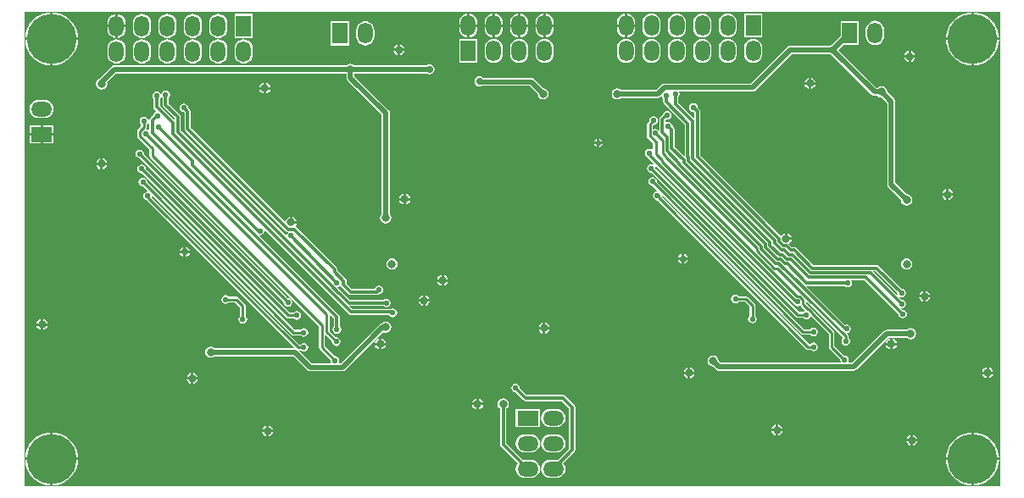
<source format=gbl>
%FSLAX25Y25*%
%MOIN*%
G70*
G01*
G75*
G04 Layer_Physical_Order=2*
G04 Layer_Color=16711680*
%ADD10R,0.03937X0.03150*%
%ADD11R,0.02756X0.02559*%
%ADD12R,0.02756X0.01969*%
%ADD13R,0.02559X0.02756*%
%ADD14R,0.01969X0.02756*%
%ADD15R,0.05118X0.03543*%
%ADD16R,0.03543X0.05118*%
%ADD17R,0.04921X0.05906*%
%ADD18R,0.05906X0.04921*%
%ADD19O,0.11221X0.02362*%
%ADD20O,0.09843X0.02362*%
%ADD21R,0.08268X0.22047*%
%ADD22R,0.02362X0.05512*%
%ADD23C,0.02362*%
%ADD24C,0.01969*%
%ADD25C,0.01000*%
%ADD26C,0.01181*%
%ADD27C,0.19685*%
%ADD28R,0.05906X0.08268*%
%ADD29O,0.05906X0.08268*%
%ADD30R,0.08268X0.05906*%
%ADD31O,0.08268X0.05906*%
%ADD32C,0.02756*%
%ADD33C,0.03150*%
%ADD34C,0.02165*%
G36*
X861083Y300334D02*
X477499D01*
Y487067D01*
X861083D01*
Y300334D01*
D02*
G37*
%LPC*%
G36*
X634146Y372925D02*
X632528D01*
X632597Y372577D01*
X633078Y371857D01*
X633797Y371377D01*
X634146Y371307D01*
Y372925D01*
D02*
G37*
G36*
X636764D02*
X635146D01*
Y371307D01*
X635494Y371377D01*
X636214Y371857D01*
X636694Y372577D01*
X636764Y372925D01*
D02*
G37*
G36*
X522835Y432818D02*
X522178Y432687D01*
X521622Y432315D01*
X521250Y431759D01*
X521119Y431102D01*
X521250Y430446D01*
X521622Y429889D01*
X522178Y429517D01*
X522751Y429403D01*
X579408Y372746D01*
X579387Y372638D01*
X579517Y371981D01*
X579889Y371425D01*
X580446Y371053D01*
X581102Y370922D01*
X581759Y371053D01*
X582315Y371425D01*
X582687Y371981D01*
X582818Y372638D01*
X582687Y373294D01*
X582315Y373851D01*
X581759Y374223D01*
X581102Y374353D01*
X580994Y374332D01*
X524496Y430830D01*
X524550Y431102D01*
X524420Y431759D01*
X524048Y432315D01*
X523491Y432687D01*
X522835Y432818D01*
D02*
G37*
G36*
X484949Y366094D02*
Y364476D01*
X486567D01*
X486497Y364825D01*
X486017Y365544D01*
X485297Y366025D01*
X484949Y366094D01*
D02*
G37*
G36*
X523622Y426912D02*
X522965Y426782D01*
X522409Y426410D01*
X522037Y425853D01*
X521906Y425197D01*
X522037Y424540D01*
X522409Y423984D01*
X522965Y423612D01*
X523622Y423481D01*
X523730Y423503D01*
X580506Y366726D01*
X580870Y366483D01*
X581299Y366398D01*
X581299Y366398D01*
X583371D01*
X583432Y366306D01*
X583989Y365935D01*
X584646Y365804D01*
X585302Y365935D01*
X585859Y366306D01*
X586231Y366863D01*
X586361Y367520D01*
X586231Y368176D01*
X585859Y368733D01*
X585302Y369105D01*
X584646Y369235D01*
X583989Y369105D01*
X583432Y368733D01*
X583371Y368641D01*
X581764D01*
X525316Y425089D01*
X525338Y425197D01*
X525207Y425853D01*
X524835Y426410D01*
X524279Y426782D01*
X523622Y426912D01*
D02*
G37*
G36*
X830996Y374598D02*
X829378D01*
X829447Y374250D01*
X829928Y373531D01*
X830647Y373050D01*
X830996Y372980D01*
Y374598D01*
D02*
G37*
G36*
Y377216D02*
X830647Y377147D01*
X829928Y376666D01*
X829447Y375947D01*
X829378Y375598D01*
X830996D01*
Y377216D01*
D02*
G37*
G36*
X831996D02*
Y375598D01*
X833614D01*
X833545Y375947D01*
X833064Y376666D01*
X832345Y377147D01*
X831996Y377216D01*
D02*
G37*
G36*
X635146Y375543D02*
Y373925D01*
X636764D01*
X636694Y374274D01*
X636214Y374993D01*
X635494Y375474D01*
X635146Y375543D01*
D02*
G37*
G36*
X833614Y374598D02*
X831996D01*
Y372980D01*
X832345Y373050D01*
X833064Y373531D01*
X833545Y374250D01*
X833614Y374598D01*
D02*
G37*
G36*
X634146Y375543D02*
X633797Y375474D01*
X633078Y374993D01*
X632597Y374274D01*
X632528Y373925D01*
X634146D01*
Y375543D01*
D02*
G37*
G36*
X483949Y366094D02*
X483600Y366025D01*
X482881Y365544D01*
X482400Y364825D01*
X482331Y364476D01*
X483949D01*
Y366094D01*
D02*
G37*
G36*
X681390Y362000D02*
X679772D01*
X679841Y361651D01*
X680322Y360932D01*
X681041Y360451D01*
X681390Y360382D01*
Y362000D01*
D02*
G37*
G36*
X684008D02*
X682390D01*
Y360382D01*
X682738Y360451D01*
X683458Y360932D01*
X683938Y361651D01*
X684008Y362000D01*
D02*
G37*
G36*
X818906Y358417D02*
Y356799D01*
X820523D01*
X820454Y357148D01*
X819973Y357867D01*
X819254Y358348D01*
X818906Y358417D01*
D02*
G37*
G36*
X617921D02*
Y356799D01*
X619539D01*
X619470Y357148D01*
X618989Y357867D01*
X618270Y358348D01*
X617921Y358417D01*
D02*
G37*
G36*
X817906D02*
X817557Y358348D01*
X816838Y357867D01*
X816357Y357148D01*
X816288Y356799D01*
X817906D01*
Y358417D01*
D02*
G37*
G36*
X483949Y363476D02*
X482331D01*
X482400Y363128D01*
X482881Y362408D01*
X483600Y361928D01*
X483949Y361858D01*
Y363476D01*
D02*
G37*
G36*
X556693Y375535D02*
X556036Y375404D01*
X555480Y375032D01*
X555108Y374475D01*
X554977Y373819D01*
X555108Y373162D01*
X555480Y372606D01*
X556036Y372234D01*
X556693Y372103D01*
X557349Y372234D01*
X557906Y372606D01*
X557967Y372697D01*
X560362D01*
X562264Y370795D01*
Y367219D01*
X562173Y367158D01*
X561801Y366601D01*
X561670Y365945D01*
X561801Y365288D01*
X562173Y364732D01*
X562729Y364360D01*
X563386Y364229D01*
X564042Y364360D01*
X564599Y364732D01*
X564971Y365288D01*
X565101Y365945D01*
X564971Y366601D01*
X564599Y367158D01*
X564507Y367219D01*
Y371260D01*
X564507Y371260D01*
X564422Y371689D01*
X564179Y372053D01*
X564179Y372053D01*
X561620Y374612D01*
X561256Y374855D01*
X560827Y374940D01*
X560827Y374940D01*
X557967D01*
X557906Y375032D01*
X557349Y375404D01*
X556693Y375535D01*
D02*
G37*
G36*
X757087Y375731D02*
X756430Y375601D01*
X755873Y375229D01*
X755502Y374672D01*
X755371Y374016D01*
X755502Y373359D01*
X755873Y372802D01*
X756430Y372431D01*
X757087Y372300D01*
X757743Y372431D01*
X758300Y372802D01*
X758361Y372894D01*
X760756D01*
X762658Y370992D01*
Y367416D01*
X762566Y367355D01*
X762194Y366798D01*
X762064Y366142D01*
X762194Y365485D01*
X762566Y364929D01*
X763123Y364557D01*
X763779Y364426D01*
X764436Y364557D01*
X764993Y364929D01*
X765365Y365485D01*
X765495Y366142D01*
X765365Y366798D01*
X764993Y367355D01*
X764901Y367416D01*
Y371457D01*
X764901Y371457D01*
X764816Y371886D01*
X764573Y372250D01*
X764573Y372250D01*
X762014Y374809D01*
X761650Y375052D01*
X761221Y375137D01*
X761221Y375137D01*
X758361D01*
X758300Y375229D01*
X757743Y375601D01*
X757087Y375731D01*
D02*
G37*
G36*
X682390Y364618D02*
Y363000D01*
X684008D01*
X683938Y363349D01*
X683458Y364068D01*
X682738Y364549D01*
X682390Y364618D01*
D02*
G37*
G36*
X486567Y363476D02*
X484949D01*
Y361858D01*
X485297Y361928D01*
X486017Y362408D01*
X486497Y363128D01*
X486567Y363476D01*
D02*
G37*
G36*
X681390Y364618D02*
X681041Y364549D01*
X680322Y364068D01*
X679841Y363349D01*
X679772Y363000D01*
X681390D01*
Y364618D01*
D02*
G37*
G36*
X641429Y380799D02*
X639811D01*
X639881Y380451D01*
X640361Y379731D01*
X641081Y379251D01*
X641429Y379181D01*
Y380799D01*
D02*
G37*
G36*
X805521Y483474D02*
X798416D01*
Y477472D01*
X794942Y473997D01*
X794504Y473910D01*
X794133Y473663D01*
X778740D01*
X778122Y473540D01*
X777598Y473189D01*
X763218Y458810D01*
X729210D01*
X728592Y458687D01*
X728068Y458337D01*
X726071Y456340D01*
X712127D01*
X711479Y456773D01*
X710630Y456942D01*
X709781Y456773D01*
X709062Y456292D01*
X708581Y455573D01*
X708413Y454724D01*
X708581Y453876D01*
X709062Y453157D01*
X709781Y452676D01*
X710630Y452507D01*
X711479Y452676D01*
X712127Y453109D01*
X726740D01*
X727358Y453232D01*
X727882Y453582D01*
X728243Y453943D01*
X728336Y453477D01*
X728707Y452922D01*
Y451550D01*
X728707Y451550D01*
X728800Y451086D01*
X729063Y450692D01*
X737147Y442607D01*
Y430143D01*
X737147Y430143D01*
X737202Y429869D01*
X733104Y433967D01*
Y440748D01*
X733104Y440748D01*
X733011Y441213D01*
X732748Y441606D01*
X732748Y441606D01*
X732424Y441930D01*
X732294Y442586D01*
X731922Y443142D01*
X731365Y443514D01*
X730709Y443645D01*
X730052Y443514D01*
X729560Y443186D01*
Y444182D01*
X729987Y444609D01*
X730315Y444544D01*
X730971Y444675D01*
X731528Y445047D01*
X731900Y445603D01*
X732031Y446260D01*
X731900Y446916D01*
X731528Y447473D01*
X730971Y447845D01*
X730315Y447975D01*
X729658Y447845D01*
X729102Y447473D01*
X728730Y446916D01*
X728697Y446753D01*
X727488Y445543D01*
X727225Y445150D01*
X727133Y444685D01*
X727133Y444685D01*
Y439894D01*
X726804Y440386D01*
X726247Y440758D01*
X725591Y440889D01*
X724934Y440758D01*
X724529Y440488D01*
Y442235D01*
X724793Y442499D01*
X724902Y442477D01*
X725558Y442608D01*
X726115Y442980D01*
X726487Y443536D01*
X726617Y444193D01*
X726487Y444849D01*
X726115Y445406D01*
X725558Y445778D01*
X724902Y445909D01*
X724245Y445778D01*
X723688Y445406D01*
X723316Y444849D01*
X723186Y444193D01*
X723207Y444085D01*
X722615Y443492D01*
X722372Y443128D01*
X722286Y442699D01*
X722286Y442699D01*
Y438206D01*
X722286Y438206D01*
X722372Y437777D01*
X722615Y437413D01*
X724666Y435362D01*
Y432177D01*
X724441Y432512D01*
X723885Y432884D01*
X723228Y433015D01*
X722572Y432884D01*
X722015Y432512D01*
X721643Y431956D01*
X721513Y431299D01*
X721643Y430643D01*
X722015Y430086D01*
X722572Y429714D01*
X722608Y429707D01*
X779855Y372460D01*
X779911Y372178D01*
X780283Y371621D01*
X780839Y371250D01*
X781496Y371119D01*
X782153Y371250D01*
X782630Y371568D01*
X782643Y371503D01*
X782886Y371139D01*
X784667Y369358D01*
X784383Y369302D01*
X783826Y368930D01*
X783765Y368838D01*
X782158D01*
X725710Y425286D01*
X725731Y425394D01*
X725601Y426050D01*
X725229Y426607D01*
X724672Y426979D01*
X724016Y427109D01*
X723359Y426979D01*
X722803Y426607D01*
X722431Y426050D01*
X722300Y425394D01*
X722431Y424737D01*
X722803Y424181D01*
X723359Y423809D01*
X724016Y423678D01*
X724124Y423700D01*
X780900Y366923D01*
X781264Y366680D01*
X781693Y366595D01*
X781693Y366595D01*
X783765D01*
X783826Y366503D01*
X784383Y366131D01*
X785039Y366001D01*
X785696Y366131D01*
X786252Y366503D01*
X786624Y367060D01*
X786681Y367344D01*
X793760Y360265D01*
Y355118D01*
X793760Y355118D01*
X793846Y354689D01*
X794089Y354325D01*
X798306Y350108D01*
X798284Y350000D01*
X798415Y349343D01*
X798679Y348948D01*
X751269D01*
X750527Y349690D01*
X750375Y350455D01*
X749895Y351174D01*
X749175Y351655D01*
X748327Y351824D01*
X747478Y351655D01*
X746759Y351174D01*
X746278Y350455D01*
X746109Y349606D01*
X746278Y348758D01*
X746759Y348038D01*
X747478Y347558D01*
X748243Y347405D01*
X749458Y346191D01*
X749982Y345841D01*
X750084Y345820D01*
X750600Y345718D01*
X803731D01*
X804349Y345841D01*
X804873Y346191D01*
X817401Y358719D01*
X824487D01*
X825136Y358286D01*
X825984Y358117D01*
X826833Y358286D01*
X827552Y358767D01*
X828033Y359486D01*
X828202Y360335D01*
X828033Y361183D01*
X827552Y361903D01*
X826833Y362383D01*
X825984Y362552D01*
X825136Y362383D01*
X824487Y361950D01*
X816732D01*
X816114Y361827D01*
X815590Y361477D01*
X803061Y348948D01*
X801321D01*
X801585Y349343D01*
X801716Y350000D01*
X801585Y350657D01*
X801213Y351213D01*
X800657Y351585D01*
X800000Y351715D01*
X799892Y351694D01*
X796003Y355583D01*
Y360729D01*
X796003Y360729D01*
X795918Y361158D01*
X795675Y361522D01*
X795675Y361522D01*
X788286Y368912D01*
X788258Y369050D01*
X788015Y369414D01*
X786736Y370692D01*
X786373Y370935D01*
X786235Y370963D01*
X784800Y372397D01*
Y373358D01*
X799374Y358784D01*
Y358653D01*
X799282Y358592D01*
X798910Y358035D01*
X798780Y357379D01*
X798910Y356722D01*
X799282Y356166D01*
X799839Y355794D01*
X800495Y355663D01*
X801152Y355794D01*
X801708Y356166D01*
X802080Y356722D01*
X802211Y357379D01*
X802080Y358035D01*
X801708Y358592D01*
X801617Y358653D01*
Y359249D01*
X801617Y359249D01*
X801532Y359678D01*
X801288Y360042D01*
X800832Y360498D01*
X801444Y360620D01*
X802001Y360992D01*
X802372Y361548D01*
X802503Y362205D01*
X802372Y362861D01*
X802001Y363418D01*
X801444Y363790D01*
X800787Y363920D01*
X800214Y363806D01*
X784889Y379131D01*
X785040Y379101D01*
X785040Y379101D01*
X799969D01*
X800525Y378730D01*
X801181Y378599D01*
X801838Y378730D01*
X802394Y379102D01*
X802766Y379658D01*
X802897Y380315D01*
X802766Y380971D01*
X802497Y381374D01*
X807854D01*
X821119Y368109D01*
X821250Y367454D01*
X821622Y366897D01*
X822178Y366525D01*
X822835Y366395D01*
X823491Y366525D01*
X824048Y366897D01*
X824420Y367454D01*
X824550Y368110D01*
X824420Y368767D01*
X824048Y369323D01*
X823491Y369695D01*
X822836Y369826D01*
X822302Y370359D01*
X822441Y370332D01*
X823098Y370462D01*
X823654Y370834D01*
X824026Y371391D01*
X824157Y372047D01*
X824026Y372704D01*
X823654Y373260D01*
X823098Y373632D01*
X822442Y373763D01*
X811268Y384936D01*
X812166D01*
X820726Y376377D01*
X820856Y375721D01*
X821228Y375165D01*
X821784Y374793D01*
X822441Y374662D01*
X823098Y374793D01*
X823654Y375165D01*
X824026Y375721D01*
X824157Y376378D01*
X824026Y377034D01*
X823654Y377591D01*
X823098Y377963D01*
X822442Y378093D01*
X813527Y387009D01*
X813133Y387272D01*
X812669Y387364D01*
X812669Y387364D01*
X787894D01*
X781173Y394085D01*
X780780Y394348D01*
X780315Y394441D01*
X780315Y394441D01*
X779323D01*
X778012Y395752D01*
X778635Y396168D01*
X779115Y396888D01*
X779185Y397236D01*
X777067D01*
Y397736D01*
X776567D01*
Y399854D01*
X776218Y399785D01*
X775499Y399304D01*
X775083Y398681D01*
X743340Y430424D01*
Y447835D01*
X743247Y448299D01*
X742984Y448693D01*
X742984Y448693D01*
X742267Y449411D01*
X742136Y450066D01*
X741764Y450623D01*
X741208Y450994D01*
X740551Y451125D01*
X739895Y450994D01*
X739338Y450623D01*
X738966Y450066D01*
X738835Y449409D01*
X738966Y448753D01*
X739338Y448196D01*
X739895Y447824D01*
X740550Y447694D01*
X740912Y447332D01*
Y444860D01*
X734678Y451093D01*
Y453315D01*
X735050Y453871D01*
X735180Y454528D01*
X735050Y455184D01*
X734786Y455579D01*
X763887D01*
X764506Y455702D01*
X765030Y456052D01*
X779409Y470432D01*
X794133D01*
X794504Y470184D01*
X794942Y470097D01*
X810669Y454370D01*
X811193Y454019D01*
X811811Y453897D01*
X813070D01*
X813718Y453463D01*
X814483Y453311D01*
X816790Y451004D01*
Y418996D01*
X816913Y418378D01*
X817263Y417854D01*
X822209Y412909D01*
X822361Y412144D01*
X822841Y411424D01*
X823561Y410944D01*
X824409Y410775D01*
X825258Y410944D01*
X825977Y411424D01*
X826458Y412144D01*
X826627Y412992D01*
X826458Y413841D01*
X825977Y414560D01*
X825258Y415041D01*
X824493Y415193D01*
X820021Y419665D01*
Y451673D01*
X819898Y452291D01*
X819548Y452815D01*
X816768Y455595D01*
X816615Y456360D01*
X816135Y457080D01*
X815415Y457560D01*
X814567Y457729D01*
X813718Y457560D01*
X813070Y457127D01*
X812480D01*
X797560Y472047D01*
X799519Y474006D01*
X805521D01*
Y483474D01*
D02*
G37*
G36*
X626567Y412787D02*
X624949D01*
X625018Y412439D01*
X625499Y411719D01*
X626218Y411239D01*
X626567Y411169D01*
Y412787D01*
D02*
G37*
G36*
X582882Y406350D02*
Y404732D01*
X584500D01*
X584431Y405081D01*
X583950Y405800D01*
X583230Y406281D01*
X582882Y406350D01*
D02*
G37*
G36*
X541051Y394437D02*
Y393020D01*
X542468D01*
X542414Y393291D01*
X541977Y393946D01*
X541323Y394383D01*
X541051Y394437D01*
D02*
G37*
G36*
X777567Y399854D02*
Y398236D01*
X779185D01*
X779115Y398585D01*
X778635Y399304D01*
X777915Y399785D01*
X777567Y399854D01*
D02*
G37*
G36*
X629185Y412787D02*
X627567D01*
Y411169D01*
X627915Y411239D01*
X628635Y411719D01*
X629115Y412439D01*
X629185Y412787D01*
D02*
G37*
G36*
X627567Y415405D02*
Y413787D01*
X629185D01*
X629115Y414136D01*
X628635Y414855D01*
X627915Y415336D01*
X627567Y415405D01*
D02*
G37*
G36*
X840051Y417275D02*
X839703Y417206D01*
X838983Y416725D01*
X838503Y416006D01*
X838433Y415658D01*
X840051D01*
Y417275D01*
D02*
G37*
G36*
X626567Y415405D02*
X626218Y415336D01*
X625499Y414855D01*
X625018Y414136D01*
X624949Y413787D01*
X626567D01*
Y415405D01*
D02*
G37*
G36*
X840051Y414657D02*
X838433D01*
X838503Y414309D01*
X838983Y413589D01*
X839703Y413109D01*
X840051Y413039D01*
Y414657D01*
D02*
G37*
G36*
X842669D02*
X841051D01*
Y413039D01*
X841400Y413109D01*
X842119Y413589D01*
X842600Y414309D01*
X842669Y414657D01*
D02*
G37*
G36*
X540051Y394437D02*
X539779Y394383D01*
X539125Y393946D01*
X538688Y393291D01*
X538634Y393020D01*
X540051D01*
Y394437D01*
D02*
G37*
G36*
X622047Y390013D02*
X621199Y389844D01*
X620479Y389363D01*
X619999Y388644D01*
X619830Y387795D01*
X619999Y386947D01*
X620479Y386227D01*
X621199Y385747D01*
X622047Y385578D01*
X622896Y385747D01*
X623615Y386227D01*
X624096Y386947D01*
X624265Y387795D01*
X624096Y388644D01*
X623615Y389363D01*
X622896Y389844D01*
X622047Y390013D01*
D02*
G37*
G36*
X824409D02*
X823561Y389844D01*
X822841Y389363D01*
X822361Y388644D01*
X822192Y387795D01*
X822361Y386947D01*
X822841Y386227D01*
X823561Y385747D01*
X824409Y385578D01*
X825258Y385747D01*
X825977Y386227D01*
X826458Y386947D01*
X826627Y387795D01*
X826458Y388644D01*
X825977Y389363D01*
X825258Y389844D01*
X824409Y390013D01*
D02*
G37*
G36*
X642429Y383417D02*
Y381799D01*
X644047D01*
X643978Y382148D01*
X643497Y382867D01*
X642778Y383348D01*
X642429Y383417D01*
D02*
G37*
G36*
X644047Y380799D02*
X642429D01*
Y379181D01*
X642778Y379251D01*
X643497Y379731D01*
X643978Y380451D01*
X644047Y380799D01*
D02*
G37*
G36*
X641429Y383417D02*
X641081Y383348D01*
X640361Y382867D01*
X639881Y382148D01*
X639811Y381799D01*
X641429D01*
Y383417D01*
D02*
G37*
G36*
X735917Y389264D02*
X734500D01*
X734554Y388992D01*
X734991Y388338D01*
X735646Y387901D01*
X735917Y387846D01*
Y389264D01*
D02*
G37*
G36*
X540051Y392020D02*
X538634D01*
X538688Y391748D01*
X539125Y391094D01*
X539779Y390656D01*
X540051Y390602D01*
Y392020D01*
D02*
G37*
G36*
X542468D02*
X541051D01*
Y390602D01*
X541323Y390656D01*
X541977Y391094D01*
X542414Y391748D01*
X542468Y392020D01*
D02*
G37*
G36*
X736917Y391681D02*
Y390264D01*
X738335D01*
X738280Y390535D01*
X737843Y391190D01*
X737189Y391627D01*
X736917Y391681D01*
D02*
G37*
G36*
X738335Y389264D02*
X736917D01*
Y387846D01*
X737189Y387901D01*
X737843Y388338D01*
X738280Y388992D01*
X738335Y389264D01*
D02*
G37*
G36*
X735917Y391681D02*
X735646Y391627D01*
X734991Y391190D01*
X734554Y390535D01*
X734500Y390264D01*
X735917D01*
Y391681D01*
D02*
G37*
G36*
X826976Y320524D02*
Y318905D01*
X828594D01*
X828525Y319254D01*
X828044Y319973D01*
X827325Y320454D01*
X826976Y320524D01*
D02*
G37*
G36*
X572630Y321547D02*
X571012D01*
X571081Y321199D01*
X571562Y320479D01*
X572281Y319999D01*
X572630Y319929D01*
Y321547D01*
D02*
G37*
G36*
X825976Y320524D02*
X825628Y320454D01*
X824908Y319973D01*
X824428Y319254D01*
X824358Y318905D01*
X825976D01*
Y320524D01*
D02*
G37*
G36*
Y317905D02*
X824358D01*
X824428Y317557D01*
X824908Y316838D01*
X825628Y316357D01*
X825976Y316288D01*
Y317905D01*
D02*
G37*
G36*
X828594D02*
X826976D01*
Y316288D01*
X827325Y316357D01*
X828044Y316838D01*
X828525Y317557D01*
X828594Y317905D01*
D02*
G37*
G36*
X575248Y321547D02*
X573630D01*
Y319929D01*
X573979Y319999D01*
X574698Y320479D01*
X575178Y321199D01*
X575248Y321547D01*
D02*
G37*
G36*
X573630Y324165D02*
Y322547D01*
X575248D01*
X575178Y322896D01*
X574698Y323615D01*
X573979Y324096D01*
X573630Y324165D01*
D02*
G37*
G36*
X772925Y324588D02*
X772577Y324519D01*
X771857Y324038D01*
X771377Y323319D01*
X771307Y322970D01*
X772925D01*
Y324588D01*
D02*
G37*
G36*
X572630Y324165D02*
X572281Y324096D01*
X571562Y323615D01*
X571081Y322896D01*
X571012Y322547D01*
X572630D01*
Y324165D01*
D02*
G37*
G36*
X772925Y321970D02*
X771307D01*
X771377Y321622D01*
X771857Y320902D01*
X772577Y320422D01*
X772925Y320352D01*
Y321970D01*
D02*
G37*
G36*
X775543D02*
X773925D01*
Y320352D01*
X774274Y320422D01*
X774993Y320902D01*
X775474Y321622D01*
X775543Y321970D01*
D02*
G37*
G36*
X686614Y320670D02*
X684252D01*
X683324Y320548D01*
X682460Y320190D01*
X681718Y319620D01*
X681149Y318878D01*
X680791Y318014D01*
X680668Y317087D01*
X680791Y316159D01*
X681149Y315295D01*
X681718Y314553D01*
X682460Y313983D01*
X683324Y313625D01*
X684252Y313503D01*
X686614D01*
X687542Y313625D01*
X688406Y313983D01*
X689148Y314553D01*
X689717Y315295D01*
X690075Y316159D01*
X690198Y317087D01*
X690075Y318014D01*
X689717Y318878D01*
X689148Y319620D01*
X688406Y320190D01*
X687542Y320548D01*
X686614Y320670D01*
D02*
G37*
G36*
X860829Y310524D02*
X850894D01*
Y300588D01*
X852032Y300678D01*
X853631Y301062D01*
X855149Y301691D01*
X856551Y302549D01*
X857800Y303617D01*
X858868Y304867D01*
X859727Y306268D01*
X860356Y307787D01*
X860740Y309385D01*
X860829Y310524D01*
D02*
G37*
G36*
X665748Y334894D02*
X664899Y334726D01*
X664180Y334245D01*
X663699Y333526D01*
X663531Y332677D01*
X663699Y331829D01*
X664180Y331109D01*
X664534Y330873D01*
Y316772D01*
X664534Y316772D01*
X664627Y316307D01*
X664890Y315913D01*
X671486Y309317D01*
X671149Y308878D01*
X670791Y308014D01*
X670669Y307087D01*
X670791Y306159D01*
X671149Y305295D01*
X671718Y304553D01*
X672460Y303983D01*
X673324Y303625D01*
X674252Y303503D01*
X676614D01*
X677542Y303625D01*
X678406Y303983D01*
X679148Y304553D01*
X679717Y305295D01*
X680076Y306159D01*
X680198Y307087D01*
X680076Y308014D01*
X679717Y308878D01*
X679148Y309620D01*
X678406Y310190D01*
X677542Y310548D01*
X676614Y310670D01*
X674252D01*
X673646Y310590D01*
X666962Y317274D01*
Y330873D01*
X667316Y331109D01*
X667797Y331829D01*
X667965Y332677D01*
X667797Y333526D01*
X667316Y334245D01*
X666597Y334726D01*
X665748Y334894D01*
D02*
G37*
G36*
X849894Y310524D02*
X839958D01*
X840048Y309385D01*
X840432Y307787D01*
X841061Y306268D01*
X841919Y304867D01*
X842987Y303617D01*
X844237Y302549D01*
X845638Y301691D01*
X847157Y301062D01*
X848755Y300678D01*
X849894Y300588D01*
Y310524D01*
D02*
G37*
G36*
X487689D02*
X477753D01*
X477843Y309385D01*
X478227Y307787D01*
X478856Y306268D01*
X479715Y304867D01*
X480782Y303617D01*
X482032Y302549D01*
X483433Y301691D01*
X484952Y301062D01*
X486550Y300678D01*
X487689Y300588D01*
Y310524D01*
D02*
G37*
G36*
X498624D02*
X488689D01*
Y300588D01*
X489828Y300678D01*
X491426Y301062D01*
X492944Y301691D01*
X494346Y302549D01*
X495596Y303617D01*
X496663Y304867D01*
X497522Y306268D01*
X498151Y307787D01*
X498535Y309385D01*
X498624Y310524D01*
D02*
G37*
G36*
X670660Y340646D02*
X670003Y340515D01*
X669447Y340144D01*
X669075Y339587D01*
X668944Y338931D01*
X669075Y338274D01*
X669447Y337717D01*
X670003Y337345D01*
X670659Y337215D01*
X673693Y334181D01*
X673693Y334181D01*
X674086Y333918D01*
X674551Y333825D01*
X688867D01*
X691700Y330993D01*
Y315070D01*
X687220Y310590D01*
X686614Y310670D01*
X684252D01*
X683324Y310548D01*
X682460Y310190D01*
X681718Y309620D01*
X681149Y308878D01*
X680791Y308014D01*
X680668Y307087D01*
X680791Y306159D01*
X681149Y305295D01*
X681718Y304553D01*
X682460Y303983D01*
X683324Y303625D01*
X684252Y303503D01*
X686614D01*
X687542Y303625D01*
X688406Y303983D01*
X689148Y304553D01*
X689717Y305295D01*
X690075Y306159D01*
X690198Y307087D01*
X690075Y308014D01*
X689717Y308878D01*
X689381Y309317D01*
X693772Y313709D01*
X694035Y314102D01*
X694127Y314567D01*
X694127Y314567D01*
Y331496D01*
X694127Y331496D01*
X694035Y331961D01*
X693772Y332354D01*
X693772Y332354D01*
X690228Y335898D01*
X689835Y336161D01*
X689370Y336253D01*
X689370Y336253D01*
X675054D01*
X672375Y338932D01*
X672245Y339587D01*
X671873Y340144D01*
X671316Y340515D01*
X670660Y340646D01*
D02*
G37*
G36*
X850894Y321459D02*
Y311524D01*
X860829D01*
X860740Y312662D01*
X860356Y314261D01*
X859727Y315779D01*
X858868Y317181D01*
X857800Y318430D01*
X856551Y319498D01*
X855149Y320357D01*
X853631Y320986D01*
X852032Y321370D01*
X850894Y321459D01*
D02*
G37*
G36*
X676614Y320670D02*
X674252D01*
X673324Y320548D01*
X672460Y320190D01*
X671718Y319620D01*
X671149Y318878D01*
X670791Y318014D01*
X670669Y317087D01*
X670791Y316159D01*
X671149Y315295D01*
X671718Y314553D01*
X672460Y313983D01*
X673324Y313625D01*
X674252Y313503D01*
X676614D01*
X677542Y313625D01*
X678406Y313983D01*
X679148Y314553D01*
X679717Y315295D01*
X680076Y316159D01*
X680198Y317087D01*
X680076Y318014D01*
X679717Y318878D01*
X679148Y319620D01*
X678406Y320190D01*
X677542Y320548D01*
X676614Y320670D01*
D02*
G37*
G36*
X849894Y321459D02*
X848755Y321370D01*
X847157Y320986D01*
X845638Y320357D01*
X844237Y319498D01*
X842987Y318430D01*
X841919Y317181D01*
X841061Y315779D01*
X840432Y314261D01*
X840048Y312662D01*
X839958Y311524D01*
X849894D01*
Y321459D01*
D02*
G37*
G36*
X487689D02*
X486550Y321370D01*
X484952Y320986D01*
X483433Y320357D01*
X482032Y319498D01*
X480782Y318430D01*
X479715Y317181D01*
X478856Y315779D01*
X478227Y314261D01*
X477843Y312662D01*
X477753Y311524D01*
X487689D01*
Y321459D01*
D02*
G37*
G36*
X488689D02*
Y311524D01*
X498624D01*
X498535Y312662D01*
X498151Y314261D01*
X497522Y315779D01*
X496663Y317181D01*
X495596Y318430D01*
X494346Y319498D01*
X492944Y320357D01*
X491426Y320986D01*
X489828Y321370D01*
X488689Y321459D01*
D02*
G37*
G36*
X773925Y324588D02*
Y322970D01*
X775543D01*
X775474Y323319D01*
X774993Y324038D01*
X774274Y324519D01*
X773925Y324588D01*
D02*
G37*
G36*
X739378Y347000D02*
Y345382D01*
X740996D01*
X740927Y345730D01*
X740446Y346450D01*
X739726Y346931D01*
X739378Y347000D01*
D02*
G37*
G36*
X855799Y347098D02*
X855451Y347029D01*
X854731Y346548D01*
X854251Y345829D01*
X854181Y345480D01*
X855799D01*
Y347098D01*
D02*
G37*
G36*
X738378Y347000D02*
X738029Y346931D01*
X737310Y346450D01*
X736829Y345730D01*
X736760Y345382D01*
X738378D01*
Y347000D01*
D02*
G37*
G36*
X543004Y344933D02*
X542656Y344864D01*
X541936Y344383D01*
X541455Y343663D01*
X541386Y343315D01*
X543004D01*
Y344933D01*
D02*
G37*
G36*
X544004D02*
Y343315D01*
X545622D01*
X545553Y343663D01*
X545072Y344383D01*
X544353Y344864D01*
X544004Y344933D01*
D02*
G37*
G36*
X856799Y347098D02*
Y345480D01*
X858417D01*
X858348Y345829D01*
X857867Y346548D01*
X857148Y347029D01*
X856799Y347098D01*
D02*
G37*
G36*
X820523Y355799D02*
X818906D01*
Y354181D01*
X819254Y354251D01*
X819973Y354731D01*
X820454Y355451D01*
X820523Y355799D01*
D02*
G37*
G36*
X616921Y358417D02*
X616573Y358348D01*
X615853Y357867D01*
X615373Y357148D01*
X615303Y356799D01*
X616921D01*
Y358417D01*
D02*
G37*
G36*
X817906Y355799D02*
X816288D01*
X816357Y355451D01*
X816838Y354731D01*
X817557Y354251D01*
X817906Y354181D01*
Y355799D01*
D02*
G37*
G36*
X616921D02*
X615303D01*
X615373Y355451D01*
X615853Y354731D01*
X616573Y354251D01*
X616921Y354181D01*
Y355799D01*
D02*
G37*
G36*
X619539D02*
X617921D01*
Y354181D01*
X618270Y354251D01*
X618989Y354731D01*
X619470Y355451D01*
X619539Y355799D01*
D02*
G37*
G36*
X858417Y344480D02*
X856799D01*
Y342862D01*
X857148Y342932D01*
X857867Y343412D01*
X858348Y344132D01*
X858417Y344480D01*
D02*
G37*
G36*
X657827Y332177D02*
X656209D01*
Y330559D01*
X656557Y330628D01*
X657277Y331109D01*
X657757Y331829D01*
X657827Y332177D01*
D02*
G37*
G36*
X655209Y334795D02*
X654860Y334726D01*
X654141Y334245D01*
X653660Y333526D01*
X653591Y333177D01*
X655209D01*
Y334795D01*
D02*
G37*
G36*
Y332177D02*
X653591D01*
X653660Y331829D01*
X654141Y331109D01*
X654860Y330628D01*
X655209Y330559D01*
Y332177D01*
D02*
G37*
G36*
X686614Y330670D02*
X684252D01*
X683324Y330548D01*
X682460Y330190D01*
X681718Y329621D01*
X681149Y328878D01*
X680791Y328014D01*
X680668Y327087D01*
X680791Y326159D01*
X681149Y325295D01*
X681718Y324553D01*
X682460Y323983D01*
X683324Y323625D01*
X684252Y323503D01*
X686614D01*
X687542Y323625D01*
X688406Y323983D01*
X689148Y324553D01*
X689717Y325295D01*
X690075Y326159D01*
X690198Y327087D01*
X690075Y328014D01*
X689717Y328878D01*
X689148Y329621D01*
X688406Y330190D01*
X687542Y330548D01*
X686614Y330670D01*
D02*
G37*
G36*
X680167Y330639D02*
X670699D01*
Y323534D01*
X680167D01*
Y330639D01*
D02*
G37*
G36*
X656209Y334795D02*
Y333177D01*
X657827D01*
X657757Y333526D01*
X657277Y334245D01*
X656557Y334726D01*
X656209Y334795D01*
D02*
G37*
G36*
X740996Y344382D02*
X739378D01*
Y342764D01*
X739726Y342833D01*
X740446Y343314D01*
X740927Y344033D01*
X740996Y344382D01*
D02*
G37*
G36*
X855799Y344480D02*
X854181D01*
X854251Y344132D01*
X854731Y343412D01*
X855451Y342932D01*
X855799Y342862D01*
Y344480D01*
D02*
G37*
G36*
X738378Y344382D02*
X736760D01*
X736829Y344033D01*
X737310Y343314D01*
X738029Y342833D01*
X738378Y342764D01*
Y344382D01*
D02*
G37*
G36*
X543004Y342315D02*
X541386D01*
X541455Y341966D01*
X541936Y341247D01*
X542656Y340766D01*
X543004Y340697D01*
Y342315D01*
D02*
G37*
G36*
X545622D02*
X544004D01*
Y340697D01*
X544353Y340766D01*
X545072Y341247D01*
X545553Y341966D01*
X545622Y342315D01*
D02*
G37*
G36*
X517284Y480957D02*
X514201D01*
Y476758D01*
X514628Y476814D01*
X515492Y477172D01*
X516235Y477742D01*
X516804Y478484D01*
X517162Y479348D01*
X517284Y480276D01*
Y480957D01*
D02*
G37*
G36*
X487689Y486813D02*
X486550Y486724D01*
X484952Y486340D01*
X483433Y485711D01*
X482032Y484852D01*
X480782Y483785D01*
X479715Y482535D01*
X478856Y481133D01*
X478227Y479615D01*
X477843Y478017D01*
X477753Y476878D01*
X487689D01*
Y486813D01*
D02*
G37*
G36*
X513201Y480957D02*
X510117D01*
Y480276D01*
X510240Y479348D01*
X510598Y478484D01*
X511167Y477742D01*
X511909Y477172D01*
X512773Y476814D01*
X513201Y476758D01*
Y480957D01*
D02*
G37*
G36*
X553701Y486221D02*
X552773Y486099D01*
X551909Y485741D01*
X551167Y485172D01*
X550597Y484430D01*
X550240Y483565D01*
X550117Y482638D01*
Y480276D01*
X550240Y479348D01*
X550597Y478484D01*
X551167Y477742D01*
X551909Y477172D01*
X552773Y476814D01*
X553701Y476692D01*
X554628Y476814D01*
X555492Y477172D01*
X556235Y477742D01*
X556804Y478484D01*
X557162Y479348D01*
X557284Y480276D01*
Y482638D01*
X557162Y483565D01*
X556804Y484430D01*
X556235Y485172D01*
X555492Y485741D01*
X554628Y486099D01*
X553701Y486221D01*
D02*
G37*
G36*
X567253Y486191D02*
X560148D01*
Y476723D01*
X567253D01*
Y486191D01*
D02*
G37*
G36*
X488689Y486813D02*
Y476878D01*
X498624D01*
X498535Y478017D01*
X498151Y479615D01*
X497522Y481133D01*
X496663Y482535D01*
X495596Y483785D01*
X494346Y484852D01*
X492944Y485711D01*
X491426Y486340D01*
X489828Y486724D01*
X488689Y486813D01*
D02*
G37*
G36*
X734094Y486418D02*
X733167Y486296D01*
X732303Y485938D01*
X731561Y485368D01*
X730991Y484626D01*
X730633Y483762D01*
X730511Y482835D01*
Y480472D01*
X730633Y479545D01*
X730991Y478681D01*
X731561Y477939D01*
X732303Y477369D01*
X733167Y477011D01*
X734094Y476889D01*
X735022Y477011D01*
X735886Y477369D01*
X736628Y477939D01*
X737198Y478681D01*
X737556Y479545D01*
X737678Y480472D01*
Y482835D01*
X737556Y483762D01*
X737198Y484626D01*
X736628Y485368D01*
X735886Y485938D01*
X735022Y486296D01*
X734094Y486418D01*
D02*
G37*
G36*
X744095D02*
X743167Y486296D01*
X742303Y485938D01*
X741561Y485368D01*
X740991Y484626D01*
X740633Y483762D01*
X740511Y482835D01*
Y480472D01*
X740633Y479545D01*
X740991Y478681D01*
X741561Y477939D01*
X742303Y477369D01*
X743167Y477011D01*
X744095Y476889D01*
X745022Y477011D01*
X745886Y477369D01*
X746628Y477939D01*
X747198Y478681D01*
X747556Y479545D01*
X747678Y480472D01*
Y482835D01*
X747556Y483762D01*
X747198Y484626D01*
X746628Y485368D01*
X745886Y485938D01*
X745022Y486296D01*
X744095Y486418D01*
D02*
G37*
G36*
X724094D02*
X723167Y486296D01*
X722303Y485938D01*
X721561Y485368D01*
X720991Y484626D01*
X720633Y483762D01*
X720511Y482835D01*
Y480472D01*
X720633Y479545D01*
X720991Y478681D01*
X721561Y477939D01*
X722303Y477369D01*
X723167Y477011D01*
X724094Y476889D01*
X725022Y477011D01*
X725886Y477369D01*
X726628Y477939D01*
X727198Y478681D01*
X727556Y479545D01*
X727678Y480472D01*
Y482835D01*
X727556Y483762D01*
X727198Y484626D01*
X726628Y485368D01*
X725886Y485938D01*
X725022Y486296D01*
X724094Y486418D01*
D02*
G37*
G36*
X849894Y486813D02*
X848755Y486724D01*
X847157Y486340D01*
X845638Y485711D01*
X844237Y484852D01*
X842987Y483785D01*
X841919Y482535D01*
X841061Y481133D01*
X840432Y479615D01*
X840048Y478017D01*
X839958Y476878D01*
X849894D01*
Y486813D01*
D02*
G37*
G36*
X850894D02*
Y476878D01*
X860829D01*
X860740Y478017D01*
X860356Y479615D01*
X859727Y481133D01*
X858868Y482535D01*
X857800Y483785D01*
X856551Y484852D01*
X855149Y485711D01*
X853631Y486340D01*
X852032Y486724D01*
X850894Y486813D01*
D02*
G37*
G36*
X543701Y486221D02*
X542773Y486099D01*
X541909Y485741D01*
X541167Y485172D01*
X540597Y484430D01*
X540239Y483565D01*
X540117Y482638D01*
Y480276D01*
X540239Y479348D01*
X540597Y478484D01*
X541167Y477742D01*
X541909Y477172D01*
X542773Y476814D01*
X543701Y476692D01*
X544628Y476814D01*
X545493Y477172D01*
X546235Y477742D01*
X546804Y478484D01*
X547162Y479348D01*
X547284Y480276D01*
Y482638D01*
X547162Y483565D01*
X546804Y484430D01*
X546235Y485172D01*
X545493Y485741D01*
X544628Y486099D01*
X543701Y486221D01*
D02*
G37*
G36*
X826091Y471606D02*
Y469988D01*
X827709D01*
X827639Y470337D01*
X827159Y471056D01*
X826439Y471537D01*
X826091Y471606D01*
D02*
G37*
G36*
X624303Y474165D02*
X623955Y474096D01*
X623235Y473615D01*
X622754Y472896D01*
X622685Y472547D01*
X624303D01*
Y474165D01*
D02*
G37*
G36*
X825091Y471606D02*
X824742Y471537D01*
X824023Y471056D01*
X823542Y470337D01*
X823473Y469988D01*
X825091D01*
Y471606D01*
D02*
G37*
G36*
X624303Y471547D02*
X622685D01*
X622754Y471199D01*
X623235Y470479D01*
X623955Y469999D01*
X624303Y469929D01*
Y471547D01*
D02*
G37*
G36*
X626921D02*
X625303D01*
Y469929D01*
X625652Y469999D01*
X626371Y470479D01*
X626852Y471199D01*
X626921Y471547D01*
D02*
G37*
G36*
X625303Y474165D02*
Y472547D01*
X626921D01*
X626852Y472896D01*
X626371Y473615D01*
X625652Y474096D01*
X625303Y474165D01*
D02*
G37*
G36*
X523701Y486221D02*
X522773Y486099D01*
X521909Y485741D01*
X521167Y485172D01*
X520598Y484430D01*
X520239Y483565D01*
X520117Y482638D01*
Y480276D01*
X520239Y479348D01*
X520598Y478484D01*
X521167Y477742D01*
X521909Y477172D01*
X522773Y476814D01*
X523701Y476692D01*
X524628Y476814D01*
X525492Y477172D01*
X526235Y477742D01*
X526804Y478484D01*
X527162Y479348D01*
X527284Y480276D01*
Y482638D01*
X527162Y483565D01*
X526804Y484430D01*
X526235Y485172D01*
X525492Y485741D01*
X524628Y486099D01*
X523701Y486221D01*
D02*
G37*
G36*
X533701D02*
X532773Y486099D01*
X531909Y485741D01*
X531167Y485172D01*
X530597Y484430D01*
X530239Y483565D01*
X530117Y482638D01*
Y480276D01*
X530239Y479348D01*
X530597Y478484D01*
X531167Y477742D01*
X531909Y477172D01*
X532773Y476814D01*
X533701Y476692D01*
X534628Y476814D01*
X535493Y477172D01*
X536235Y477742D01*
X536804Y478484D01*
X537162Y479348D01*
X537284Y480276D01*
Y482638D01*
X537162Y483565D01*
X536804Y484430D01*
X536235Y485172D01*
X535493Y485741D01*
X534628Y486099D01*
X533701Y486221D01*
D02*
G37*
G36*
X811969Y483505D02*
X811041Y483383D01*
X810177Y483025D01*
X809435Y482455D01*
X808865Y481713D01*
X808507Y480849D01*
X808385Y479921D01*
Y477559D01*
X808507Y476631D01*
X808865Y475767D01*
X809435Y475025D01*
X810177Y474456D01*
X811041Y474098D01*
X811969Y473976D01*
X812896Y474098D01*
X813760Y474456D01*
X814502Y475025D01*
X815072Y475767D01*
X815430Y476631D01*
X815552Y477559D01*
Y479921D01*
X815430Y480849D01*
X815072Y481713D01*
X814502Y482455D01*
X813760Y483025D01*
X812896Y483383D01*
X811969Y483505D01*
D02*
G37*
G36*
X611575Y483308D02*
X610647Y483186D01*
X609783Y482828D01*
X609041Y482258D01*
X608471Y481516D01*
X608113Y480652D01*
X607991Y479724D01*
Y477362D01*
X608113Y476435D01*
X608471Y475570D01*
X609041Y474828D01*
X609783Y474259D01*
X610647Y473901D01*
X611575Y473779D01*
X612502Y473901D01*
X613367Y474259D01*
X614109Y474828D01*
X614678Y475570D01*
X615036Y476435D01*
X615158Y477362D01*
Y479724D01*
X615036Y480652D01*
X614678Y481516D01*
X614109Y482258D01*
X613367Y482828D01*
X612502Y483186D01*
X611575Y483308D01*
D02*
G37*
G36*
X605128Y483277D02*
X598022D01*
Y473809D01*
X605128D01*
Y483277D01*
D02*
G37*
G36*
X754095Y486418D02*
X753167Y486296D01*
X752303Y485938D01*
X751561Y485368D01*
X750991Y484626D01*
X750633Y483762D01*
X750511Y482835D01*
Y480472D01*
X750633Y479545D01*
X750991Y478681D01*
X751561Y477939D01*
X752303Y477369D01*
X753167Y477011D01*
X754095Y476889D01*
X755022Y477011D01*
X755886Y477369D01*
X756628Y477939D01*
X757198Y478681D01*
X757556Y479545D01*
X757678Y480472D01*
Y482835D01*
X757556Y483762D01*
X757198Y484626D01*
X756628Y485368D01*
X755886Y485938D01*
X755022Y486296D01*
X754095Y486418D01*
D02*
G37*
G36*
X661547Y486352D02*
X661120Y486296D01*
X660255Y485938D01*
X659513Y485368D01*
X658944Y484626D01*
X658586Y483762D01*
X658464Y482835D01*
Y482154D01*
X661547D01*
Y486352D01*
D02*
G37*
G36*
X662547D02*
Y482154D01*
X665631D01*
Y482835D01*
X665509Y483762D01*
X665151Y484626D01*
X664581Y485368D01*
X663839Y485938D01*
X662975Y486296D01*
X662547Y486352D01*
D02*
G37*
G36*
X652547D02*
Y482154D01*
X655631D01*
Y482835D01*
X655509Y483762D01*
X655151Y484626D01*
X654581Y485368D01*
X653839Y485938D01*
X652975Y486296D01*
X652547Y486352D01*
D02*
G37*
G36*
X514201Y486155D02*
Y481957D01*
X517284D01*
Y482638D01*
X517162Y483565D01*
X516804Y484430D01*
X516235Y485172D01*
X515492Y485741D01*
X514628Y486099D01*
X514201Y486155D01*
D02*
G37*
G36*
X651547Y486352D02*
X651120Y486296D01*
X650255Y485938D01*
X649513Y485368D01*
X648944Y484626D01*
X648586Y483762D01*
X648464Y482835D01*
Y482154D01*
X651547D01*
Y486352D01*
D02*
G37*
G36*
X671547D02*
X671120Y486296D01*
X670256Y485938D01*
X669513Y485368D01*
X668944Y484626D01*
X668586Y483762D01*
X668464Y482835D01*
Y482154D01*
X671547D01*
Y486352D01*
D02*
G37*
G36*
X713594D02*
X713167Y486296D01*
X712303Y485938D01*
X711561Y485368D01*
X710991Y484626D01*
X710633Y483762D01*
X710511Y482835D01*
Y482154D01*
X713594D01*
Y486352D01*
D02*
G37*
G36*
X714595D02*
Y482154D01*
X717678D01*
Y482835D01*
X717556Y483762D01*
X717198Y484626D01*
X716628Y485368D01*
X715886Y485938D01*
X715022Y486296D01*
X714595Y486352D01*
D02*
G37*
G36*
X682547D02*
Y482154D01*
X685631D01*
Y482835D01*
X685509Y483762D01*
X685151Y484626D01*
X684581Y485368D01*
X683839Y485938D01*
X682975Y486296D01*
X682547Y486352D01*
D02*
G37*
G36*
X672547D02*
Y482154D01*
X675631D01*
Y482835D01*
X675509Y483762D01*
X675151Y484626D01*
X674581Y485368D01*
X673839Y485938D01*
X672975Y486296D01*
X672547Y486352D01*
D02*
G37*
G36*
X681547D02*
X681120Y486296D01*
X680256Y485938D01*
X679513Y485368D01*
X678944Y484626D01*
X678586Y483762D01*
X678464Y482835D01*
Y482154D01*
X681547D01*
Y486352D01*
D02*
G37*
G36*
X513201Y486155D02*
X512773Y486099D01*
X511909Y485741D01*
X511167Y485172D01*
X510598Y484430D01*
X510240Y483565D01*
X510117Y482638D01*
Y481957D01*
X513201D01*
Y486155D01*
D02*
G37*
G36*
X661547Y481153D02*
X658464D01*
Y480472D01*
X658586Y479545D01*
X658944Y478681D01*
X659513Y477939D01*
X660255Y477369D01*
X661120Y477011D01*
X661547Y476955D01*
Y481153D01*
D02*
G37*
G36*
X665631D02*
X662547D01*
Y476955D01*
X662975Y477011D01*
X663839Y477369D01*
X664581Y477939D01*
X665151Y478681D01*
X665509Y479545D01*
X665631Y480472D01*
Y481153D01*
D02*
G37*
G36*
X655631D02*
X652547D01*
Y476955D01*
X652975Y477011D01*
X653839Y477369D01*
X654581Y477939D01*
X655151Y478681D01*
X655509Y479545D01*
X655631Y480472D01*
Y481153D01*
D02*
G37*
G36*
X767647Y486387D02*
X760542D01*
Y476920D01*
X767647D01*
Y486387D01*
D02*
G37*
G36*
X651547Y481153D02*
X648464D01*
Y480472D01*
X648586Y479545D01*
X648944Y478681D01*
X649513Y477939D01*
X650255Y477369D01*
X651120Y477011D01*
X651547Y476955D01*
Y481153D01*
D02*
G37*
G36*
X671547D02*
X668464D01*
Y480472D01*
X668586Y479545D01*
X668944Y478681D01*
X669513Y477939D01*
X670256Y477369D01*
X671120Y477011D01*
X671547Y476955D01*
Y481153D01*
D02*
G37*
G36*
X713594D02*
X710511D01*
Y480472D01*
X710633Y479545D01*
X710991Y478681D01*
X711561Y477939D01*
X712303Y477369D01*
X713167Y477011D01*
X713594Y476955D01*
Y481153D01*
D02*
G37*
G36*
X717678D02*
X714595D01*
Y476955D01*
X715022Y477011D01*
X715886Y477369D01*
X716628Y477939D01*
X717198Y478681D01*
X717556Y479545D01*
X717678Y480472D01*
Y481153D01*
D02*
G37*
G36*
X685631D02*
X682547D01*
Y476955D01*
X682975Y477011D01*
X683839Y477369D01*
X684581Y477939D01*
X685151Y478681D01*
X685509Y479545D01*
X685631Y480472D01*
Y481153D01*
D02*
G37*
G36*
X675631D02*
X672547D01*
Y476955D01*
X672975Y477011D01*
X673839Y477369D01*
X674581Y477939D01*
X675151Y478681D01*
X675509Y479545D01*
X675631Y480472D01*
Y481153D01*
D02*
G37*
G36*
X681547D02*
X678464D01*
Y480472D01*
X678586Y479545D01*
X678944Y478681D01*
X679513Y477939D01*
X680256Y477369D01*
X681120Y477011D01*
X681547Y476955D01*
Y481153D01*
D02*
G37*
G36*
X827709Y468988D02*
X826091D01*
Y467370D01*
X826439Y467440D01*
X827159Y467920D01*
X827639Y468640D01*
X827709Y468988D01*
D02*
G37*
G36*
X485433Y452402D02*
X483071D01*
X482143Y452280D01*
X481279Y451922D01*
X480537Y451353D01*
X479967Y450611D01*
X479610Y449746D01*
X479487Y448819D01*
X479610Y447891D01*
X479967Y447027D01*
X480537Y446285D01*
X481279Y445716D01*
X482143Y445358D01*
X483071Y445235D01*
X485433D01*
X486361Y445358D01*
X487225Y445716D01*
X487967Y446285D01*
X488536Y447027D01*
X488894Y447891D01*
X489016Y448819D01*
X488894Y449746D01*
X488536Y450611D01*
X487967Y451353D01*
X487225Y451922D01*
X486361Y452280D01*
X485433Y452402D01*
D02*
G37*
G36*
X656496Y461662D02*
X655724Y461509D01*
X655070Y461072D01*
X654633Y460417D01*
X654479Y459646D01*
X654633Y458874D01*
X655070Y458220D01*
X655724Y457783D01*
X656496Y457629D01*
X657268Y457783D01*
X657344Y457833D01*
X676103D01*
X679295Y454641D01*
X679447Y453876D01*
X679928Y453157D01*
X680648Y452676D01*
X681496Y452507D01*
X682345Y452676D01*
X683064Y453157D01*
X683545Y453876D01*
X683713Y454724D01*
X683545Y455573D01*
X683064Y456292D01*
X682345Y456773D01*
X681580Y456925D01*
X677914Y460591D01*
X677390Y460941D01*
X676772Y461064D01*
X657927D01*
X657922Y461072D01*
X657268Y461509D01*
X656496Y461662D01*
D02*
G37*
G36*
X533071Y456046D02*
X532414Y455916D01*
X531858Y455544D01*
X531486Y454987D01*
X531355Y454331D01*
X531486Y453674D01*
X531857Y453119D01*
Y450394D01*
X531857Y450394D01*
X531949Y449929D01*
X532212Y449535D01*
X536581Y445166D01*
Y444334D01*
X531721Y449195D01*
X531692Y449214D01*
X531525Y449326D01*
X530741Y450109D01*
Y452725D01*
X531113Y453280D01*
X531243Y453937D01*
X531113Y454594D01*
X530741Y455150D01*
X530184Y455522D01*
X529528Y455653D01*
X528871Y455522D01*
X528314Y455150D01*
X527943Y454594D01*
X527812Y453937D01*
X527943Y453280D01*
X528314Y452725D01*
Y449606D01*
X528314Y449606D01*
X528406Y449142D01*
X528669Y448748D01*
X529685Y447732D01*
X529265Y447648D01*
X528708Y447276D01*
X528336Y446720D01*
X528304Y446556D01*
X527094Y445346D01*
X526831Y444953D01*
X526739Y444488D01*
X526739Y444488D01*
Y439697D01*
X526410Y440190D01*
X525853Y440561D01*
X525197Y440692D01*
X525141Y440681D01*
X525301Y440841D01*
X525544Y441205D01*
X525629Y441634D01*
X525629Y441634D01*
Y442722D01*
X525721Y442783D01*
X526093Y443339D01*
X526224Y443996D01*
X526093Y444653D01*
X525721Y445209D01*
X525164Y445581D01*
X524508Y445712D01*
X523851Y445581D01*
X523295Y445209D01*
X522923Y444653D01*
X522792Y443996D01*
X522923Y443339D01*
X523295Y442783D01*
X523386Y442722D01*
Y442098D01*
X522221Y440933D01*
X521978Y440569D01*
X521893Y440140D01*
X521893Y440140D01*
Y438010D01*
X521893Y438010D01*
X521978Y437580D01*
X522221Y437216D01*
X526660Y432778D01*
Y430388D01*
X526659Y430388D01*
X526745Y429959D01*
X526988Y429595D01*
X593367Y363216D01*
Y354921D01*
X593367Y354921D01*
X593452Y354492D01*
X593695Y354128D01*
X597912Y349911D01*
X597891Y349803D01*
X598021Y349147D01*
X598285Y348751D01*
X590639D01*
X585591Y353800D01*
X586127D01*
X586189Y353708D01*
X586745Y353336D01*
X587402Y353205D01*
X588058Y353336D01*
X588615Y353708D01*
X588987Y354265D01*
X589117Y354921D01*
X588987Y355578D01*
X588615Y356134D01*
X588058Y356506D01*
X587402Y356637D01*
X586745Y356506D01*
X586189Y356134D01*
X586127Y356043D01*
X585701D01*
X527612Y414131D01*
X527699Y414566D01*
X527638Y414870D01*
X582475Y360034D01*
X582475Y360034D01*
X582839Y359790D01*
X583268Y359705D01*
X583268Y359705D01*
X586127D01*
X586189Y359613D01*
X586745Y359242D01*
X587402Y359111D01*
X588058Y359242D01*
X588615Y359613D01*
X588987Y360170D01*
X589117Y360827D01*
X588987Y361483D01*
X588615Y362040D01*
X588058Y362412D01*
X587402Y362542D01*
X586745Y362412D01*
X586189Y362040D01*
X586127Y361948D01*
X583732D01*
X525808Y419872D01*
X525830Y419980D01*
X525699Y420637D01*
X525327Y421194D01*
X524771Y421565D01*
X524114Y421696D01*
X523458Y421565D01*
X522901Y421194D01*
X522529Y420637D01*
X522399Y419980D01*
X522529Y419324D01*
X522901Y418767D01*
X523458Y418395D01*
X524114Y418265D01*
X524222Y418286D01*
X526287Y416221D01*
X525983Y416282D01*
X525327Y416151D01*
X524770Y415779D01*
X524398Y415223D01*
X524268Y414566D01*
X524398Y413910D01*
X524770Y413353D01*
X525327Y412981D01*
X525656Y412916D01*
X583905Y354666D01*
X552284D01*
X551636Y355100D01*
X550787Y355269D01*
X549939Y355100D01*
X549219Y354619D01*
X548739Y353900D01*
X548570Y353051D01*
X548739Y352203D01*
X549219Y351483D01*
X549939Y351003D01*
X550787Y350834D01*
X551636Y351003D01*
X552284Y351436D01*
X583386D01*
X588828Y345994D01*
X589178Y345760D01*
X589352Y345644D01*
X589970Y345521D01*
X602550D01*
X603168Y345644D01*
X603692Y345994D01*
X618621Y360923D01*
X618738Y360845D01*
X619587Y360676D01*
X620435Y360845D01*
X621155Y361326D01*
X621635Y362045D01*
X621804Y362894D01*
X621635Y363742D01*
X621155Y364462D01*
X620435Y364942D01*
X619587Y365111D01*
X618738Y364942D01*
X618019Y364462D01*
X618011Y364450D01*
X617689Y364386D01*
X617165Y364036D01*
X601880Y348751D01*
X600927D01*
X601191Y349147D01*
X601322Y349803D01*
X601191Y350460D01*
X600819Y351016D01*
X600263Y351388D01*
X599606Y351519D01*
X599498Y351497D01*
X595610Y355386D01*
Y360087D01*
X598407Y357290D01*
X598386Y357182D01*
X598517Y356525D01*
X598888Y355969D01*
X599445Y355597D01*
X600102Y355466D01*
X600758Y355597D01*
X601315Y355969D01*
X601687Y356525D01*
X601817Y357182D01*
X601687Y357838D01*
X601315Y358395D01*
X600758Y358767D01*
X600102Y358897D01*
X599994Y358876D01*
X597463Y361407D01*
Y367832D01*
X597463Y367832D01*
X597385Y368221D01*
X599180Y366426D01*
Y363220D01*
X598809Y362664D01*
X598678Y362008D01*
X598809Y361351D01*
X599181Y360795D01*
X599737Y360423D01*
X600394Y360292D01*
X601050Y360423D01*
X601607Y360795D01*
X601979Y361351D01*
X602109Y362008D01*
X601979Y362664D01*
X601608Y363220D01*
Y366929D01*
X601608Y366929D01*
X601515Y367394D01*
X601252Y367788D01*
X601252Y367788D01*
X569940Y399099D01*
X570079Y399072D01*
X570735Y399202D01*
X571292Y399574D01*
X571664Y400131D01*
X571794Y400787D01*
X571664Y401444D01*
X571508Y401677D01*
X605164Y368020D01*
X605164Y368020D01*
X605558Y367757D01*
X605635Y367742D01*
X606023Y367665D01*
X606023Y367665D01*
X620922D01*
X621160Y367309D01*
X621716Y366937D01*
X622373Y366806D01*
X623029Y366937D01*
X623586Y367309D01*
X623958Y367865D01*
X624088Y368522D01*
X623958Y369179D01*
X623586Y369735D01*
X623029Y370107D01*
X622373Y370238D01*
X621716Y370107D01*
X621695Y370093D01*
X606526D01*
X605391Y371227D01*
X618571D01*
X619127Y370856D01*
X619783Y370725D01*
X620440Y370856D01*
X620997Y371228D01*
X621369Y371784D01*
X621499Y372441D01*
X621369Y373097D01*
X620997Y373654D01*
X620440Y374026D01*
X619783Y374157D01*
X619127Y374026D01*
X618571Y373655D01*
X605621D01*
X601951Y377325D01*
X601557Y377588D01*
X601547Y377590D01*
X600514Y378623D01*
X601050Y378730D01*
X601607Y379102D01*
X601858Y379478D01*
X601939Y379072D01*
X602202Y378678D01*
X604967Y375913D01*
X604967Y375913D01*
X605361Y375650D01*
X605438Y375635D01*
X605825Y375558D01*
X605825Y375558D01*
X616142D01*
X616142Y375558D01*
X616606Y375650D01*
X616903Y375849D01*
X616929Y375843D01*
X617586Y375974D01*
X618142Y376346D01*
X618514Y376903D01*
X618645Y377559D01*
X618514Y378216D01*
X618142Y378772D01*
X617586Y379144D01*
X616929Y379275D01*
X616273Y379144D01*
X615716Y378772D01*
X615344Y378216D01*
X615298Y377986D01*
X606328D01*
X604275Y380039D01*
Y381060D01*
X604275Y381060D01*
X604198Y381447D01*
X604182Y381524D01*
X603919Y381918D01*
X603919Y381918D01*
X600689Y385149D01*
Y385565D01*
X600689Y385565D01*
X600596Y386029D01*
X600333Y386423D01*
X584431Y402325D01*
X584037Y402588D01*
X583882Y402619D01*
X583950Y402664D01*
X584431Y403384D01*
X584500Y403732D01*
X582382D01*
Y404232D01*
X581882D01*
Y406350D01*
X581533Y406281D01*
X580814Y405800D01*
X580333Y405081D01*
X580168Y404252D01*
X542946Y441474D01*
Y447638D01*
X542854Y448102D01*
X542591Y448496D01*
X542591Y448496D01*
X541873Y449214D01*
X541743Y449869D01*
X541371Y450426D01*
X540814Y450798D01*
X540158Y450928D01*
X539501Y450798D01*
X538944Y450426D01*
X538572Y449869D01*
X538442Y449213D01*
X538572Y448556D01*
X538944Y447999D01*
X539501Y447628D01*
X540156Y447497D01*
X540518Y447135D01*
Y440971D01*
X540518Y440971D01*
X540611Y440507D01*
X540874Y440113D01*
X580378Y400609D01*
X580378Y400609D01*
X580772Y400345D01*
X581236Y400253D01*
X581352D01*
X581169Y400130D01*
X580797Y399574D01*
X580666Y398917D01*
X580743Y398533D01*
X539009Y440267D01*
Y445669D01*
X539009Y445669D01*
X538917Y446134D01*
X538654Y446528D01*
X534285Y450897D01*
Y453119D01*
X534656Y453674D01*
X534787Y454331D01*
X534656Y454987D01*
X534284Y455544D01*
X533727Y455916D01*
X533071Y456046D01*
D02*
G37*
G36*
X483752Y442372D02*
X479518D01*
Y439319D01*
X483752D01*
Y442372D01*
D02*
G37*
G36*
X488986D02*
X484752D01*
Y439319D01*
X488986D01*
Y442372D01*
D02*
G37*
G36*
X571547Y456488D02*
X569929D01*
X569999Y456140D01*
X570479Y455420D01*
X571199Y454940D01*
X571547Y454870D01*
Y456488D01*
D02*
G37*
G36*
Y459106D02*
X571199Y459037D01*
X570479Y458556D01*
X569999Y457837D01*
X569929Y457488D01*
X571547D01*
Y459106D01*
D02*
G37*
G36*
X572547D02*
Y457488D01*
X574165D01*
X574096Y457837D01*
X573615Y458556D01*
X572896Y459037D01*
X572547Y459106D01*
D02*
G37*
G36*
X788535Y458414D02*
X786917D01*
Y456796D01*
X787266Y456866D01*
X787985Y457346D01*
X788466Y458066D01*
X788535Y458414D01*
D02*
G37*
G36*
X574165Y456488D02*
X572547D01*
Y454870D01*
X572896Y454940D01*
X573615Y455420D01*
X574096Y456140D01*
X574165Y456488D01*
D02*
G37*
G36*
X785917Y458414D02*
X784299D01*
X784369Y458066D01*
X784849Y457346D01*
X785569Y456866D01*
X785917Y456796D01*
Y458414D01*
D02*
G37*
G36*
X703650Y437049D02*
Y435933D01*
X704766D01*
X704735Y436090D01*
X704363Y436646D01*
X703806Y437018D01*
X703650Y437049D01*
D02*
G37*
G36*
X509992Y426665D02*
X508374D01*
Y425047D01*
X508723Y425117D01*
X509442Y425597D01*
X509923Y426317D01*
X509992Y426665D01*
D02*
G37*
G36*
X507374Y429283D02*
X507025Y429214D01*
X506306Y428733D01*
X505825Y428014D01*
X505756Y427665D01*
X507374D01*
Y429283D01*
D02*
G37*
G36*
Y426665D02*
X505756D01*
X505825Y426317D01*
X506306Y425597D01*
X507025Y425117D01*
X507374Y425047D01*
Y426665D01*
D02*
G37*
G36*
X841051Y417275D02*
Y415658D01*
X842669D01*
X842600Y416006D01*
X842119Y416725D01*
X841400Y417206D01*
X841051Y417275D01*
D02*
G37*
G36*
X724508Y421893D02*
X723851Y421762D01*
X723295Y421390D01*
X722923Y420834D01*
X722792Y420177D01*
X722923Y419521D01*
X723295Y418964D01*
X723851Y418592D01*
X724508Y418462D01*
X724616Y418483D01*
X726681Y416418D01*
X726377Y416479D01*
X725720Y416348D01*
X725164Y415976D01*
X724792Y415419D01*
X724661Y414763D01*
X724792Y414106D01*
X725164Y413550D01*
X725720Y413178D01*
X726050Y413112D01*
X784837Y354325D01*
X784837Y354325D01*
X785201Y354082D01*
X785630Y353996D01*
X785630Y353996D01*
X786521D01*
X786582Y353905D01*
X787139Y353533D01*
X787795Y353402D01*
X788452Y353533D01*
X789008Y353905D01*
X789380Y354462D01*
X789511Y355118D01*
X789380Y355775D01*
X789008Y356331D01*
X788452Y356703D01*
X787795Y356834D01*
X787139Y356703D01*
X786582Y356331D01*
X786521Y356240D01*
X786095D01*
X728006Y414328D01*
X728092Y414763D01*
X728032Y415067D01*
X782868Y360230D01*
X782868Y360230D01*
X783232Y359987D01*
X783662Y359902D01*
X783662Y359902D01*
X786521D01*
X786582Y359810D01*
X787139Y359438D01*
X787795Y359308D01*
X788452Y359438D01*
X789008Y359810D01*
X789380Y360367D01*
X789511Y361023D01*
X789380Y361680D01*
X789008Y362237D01*
X788452Y362609D01*
X787795Y362739D01*
X787139Y362609D01*
X786582Y362237D01*
X786521Y362145D01*
X784126D01*
X726202Y420069D01*
X726224Y420177D01*
X726093Y420834D01*
X725721Y421390D01*
X725164Y421762D01*
X724508Y421893D01*
D02*
G37*
G36*
X508374Y429283D02*
Y427665D01*
X509992D01*
X509923Y428014D01*
X509442Y428733D01*
X508723Y429214D01*
X508374Y429283D01*
D02*
G37*
G36*
X488986Y438319D02*
X484752D01*
Y435266D01*
X488986D01*
Y438319D01*
D02*
G37*
G36*
X702650Y437049D02*
X702493Y437018D01*
X701936Y436646D01*
X701565Y436090D01*
X701533Y435933D01*
X702650D01*
Y437049D01*
D02*
G37*
G36*
X483752Y438319D02*
X479518D01*
Y435266D01*
X483752D01*
Y438319D01*
D02*
G37*
G36*
X702650Y434933D02*
X701533D01*
X701565Y434776D01*
X701936Y434220D01*
X702493Y433848D01*
X702650Y433817D01*
Y434933D01*
D02*
G37*
G36*
X704766D02*
X703650D01*
Y433817D01*
X703806Y433848D01*
X704363Y434220D01*
X704735Y434776D01*
X704766Y434933D01*
D02*
G37*
G36*
X785917Y461032D02*
X785569Y460963D01*
X784849Y460482D01*
X784369Y459763D01*
X784299Y459414D01*
X785917D01*
Y461032D01*
D02*
G37*
G36*
X714094Y476418D02*
X713167Y476296D01*
X712303Y475938D01*
X711561Y475368D01*
X710991Y474626D01*
X710633Y473762D01*
X710511Y472835D01*
Y470472D01*
X710633Y469545D01*
X710991Y468681D01*
X711561Y467939D01*
X712303Y467369D01*
X713167Y467011D01*
X714094Y466889D01*
X715022Y467011D01*
X715886Y467369D01*
X716628Y467939D01*
X717198Y468681D01*
X717556Y469545D01*
X717678Y470472D01*
Y472835D01*
X717556Y473762D01*
X717198Y474626D01*
X716628Y475368D01*
X715886Y475938D01*
X715022Y476296D01*
X714094Y476418D01*
D02*
G37*
G36*
X724094D02*
X723167Y476296D01*
X722303Y475938D01*
X721561Y475368D01*
X720991Y474626D01*
X720633Y473762D01*
X720511Y472835D01*
Y470472D01*
X720633Y469545D01*
X720991Y468681D01*
X721561Y467939D01*
X722303Y467369D01*
X723167Y467011D01*
X724094Y466889D01*
X725022Y467011D01*
X725886Y467369D01*
X726628Y467939D01*
X727198Y468681D01*
X727556Y469545D01*
X727678Y470472D01*
Y472835D01*
X727556Y473762D01*
X727198Y474626D01*
X726628Y475368D01*
X725886Y475938D01*
X725022Y476296D01*
X724094Y476418D01*
D02*
G37*
G36*
X682047D02*
X681120Y476296D01*
X680256Y475938D01*
X679513Y475368D01*
X678944Y474626D01*
X678586Y473762D01*
X678464Y472835D01*
Y470472D01*
X678586Y469545D01*
X678944Y468681D01*
X679513Y467939D01*
X680256Y467369D01*
X681120Y467011D01*
X682047Y466889D01*
X682975Y467011D01*
X683839Y467369D01*
X684581Y467939D01*
X685151Y468681D01*
X685509Y469545D01*
X685631Y470472D01*
Y472835D01*
X685509Y473762D01*
X685151Y474626D01*
X684581Y475368D01*
X683839Y475938D01*
X682975Y476296D01*
X682047Y476418D01*
D02*
G37*
G36*
X662047D02*
X661120Y476296D01*
X660255Y475938D01*
X659513Y475368D01*
X658944Y474626D01*
X658586Y473762D01*
X658464Y472835D01*
Y470472D01*
X658586Y469545D01*
X658944Y468681D01*
X659513Y467939D01*
X660255Y467369D01*
X661120Y467011D01*
X662047Y466889D01*
X662975Y467011D01*
X663839Y467369D01*
X664581Y467939D01*
X665151Y468681D01*
X665509Y469545D01*
X665631Y470472D01*
Y472835D01*
X665509Y473762D01*
X665151Y474626D01*
X664581Y475368D01*
X663839Y475938D01*
X662975Y476296D01*
X662047Y476418D01*
D02*
G37*
G36*
X672047D02*
X671120Y476296D01*
X670256Y475938D01*
X669513Y475368D01*
X668944Y474626D01*
X668586Y473762D01*
X668464Y472835D01*
Y470472D01*
X668586Y469545D01*
X668944Y468681D01*
X669513Y467939D01*
X670256Y467369D01*
X671120Y467011D01*
X672047Y466889D01*
X672975Y467011D01*
X673839Y467369D01*
X674581Y467939D01*
X675151Y468681D01*
X675509Y469545D01*
X675631Y470472D01*
Y472835D01*
X675509Y473762D01*
X675151Y474626D01*
X674581Y475368D01*
X673839Y475938D01*
X672975Y476296D01*
X672047Y476418D01*
D02*
G37*
G36*
X734094D02*
X733167Y476296D01*
X732303Y475938D01*
X731561Y475368D01*
X730991Y474626D01*
X730633Y473762D01*
X730511Y472835D01*
Y470472D01*
X730633Y469545D01*
X730991Y468681D01*
X731561Y467939D01*
X732303Y467369D01*
X733167Y467011D01*
X734094Y466889D01*
X735022Y467011D01*
X735886Y467369D01*
X736628Y467939D01*
X737198Y468681D01*
X737556Y469545D01*
X737678Y470472D01*
Y472835D01*
X737556Y473762D01*
X737198Y474626D01*
X736628Y475368D01*
X735886Y475938D01*
X735022Y476296D01*
X734094Y476418D01*
D02*
G37*
G36*
X655600Y476387D02*
X648494D01*
Y466920D01*
X655600D01*
Y476387D01*
D02*
G37*
G36*
X825091Y468988D02*
X823473D01*
X823542Y468640D01*
X824023Y467920D01*
X824742Y467440D01*
X825091Y467370D01*
Y468988D01*
D02*
G37*
G36*
X764094Y476418D02*
X763167Y476296D01*
X762303Y475938D01*
X761561Y475368D01*
X760991Y474626D01*
X760633Y473762D01*
X760511Y472835D01*
Y470472D01*
X760633Y469545D01*
X760991Y468681D01*
X761561Y467939D01*
X762303Y467369D01*
X763167Y467011D01*
X764094Y466889D01*
X765022Y467011D01*
X765886Y467369D01*
X766628Y467939D01*
X767198Y468681D01*
X767556Y469545D01*
X767678Y470472D01*
Y472835D01*
X767556Y473762D01*
X767198Y474626D01*
X766628Y475368D01*
X765886Y475938D01*
X765022Y476296D01*
X764094Y476418D01*
D02*
G37*
G36*
X744095D02*
X743167Y476296D01*
X742303Y475938D01*
X741561Y475368D01*
X740991Y474626D01*
X740633Y473762D01*
X740511Y472835D01*
Y470472D01*
X740633Y469545D01*
X740991Y468681D01*
X741561Y467939D01*
X742303Y467369D01*
X743167Y467011D01*
X744095Y466889D01*
X745022Y467011D01*
X745886Y467369D01*
X746628Y467939D01*
X747198Y468681D01*
X747556Y469545D01*
X747678Y470472D01*
Y472835D01*
X747556Y473762D01*
X747198Y474626D01*
X746628Y475368D01*
X745886Y475938D01*
X745022Y476296D01*
X744095Y476418D01*
D02*
G37*
G36*
X754095D02*
X753167Y476296D01*
X752303Y475938D01*
X751561Y475368D01*
X750991Y474626D01*
X750633Y473762D01*
X750511Y472835D01*
Y470472D01*
X750633Y469545D01*
X750991Y468681D01*
X751561Y467939D01*
X752303Y467369D01*
X753167Y467011D01*
X754095Y466889D01*
X755022Y467011D01*
X755886Y467369D01*
X756628Y467939D01*
X757198Y468681D01*
X757556Y469545D01*
X757678Y470472D01*
Y472835D01*
X757556Y473762D01*
X757198Y474626D01*
X756628Y475368D01*
X755886Y475938D01*
X755022Y476296D01*
X754095Y476418D01*
D02*
G37*
G36*
X563701Y476221D02*
X562773Y476099D01*
X561909Y475741D01*
X561167Y475172D01*
X560598Y474430D01*
X560240Y473565D01*
X560117Y472638D01*
Y470276D01*
X560240Y469348D01*
X560598Y468484D01*
X561167Y467742D01*
X561909Y467172D01*
X562773Y466814D01*
X563701Y466692D01*
X564628Y466814D01*
X565492Y467172D01*
X566235Y467742D01*
X566804Y468484D01*
X567162Y469348D01*
X567284Y470276D01*
Y472638D01*
X567162Y473565D01*
X566804Y474430D01*
X566235Y475172D01*
X565492Y475741D01*
X564628Y476099D01*
X563701Y476221D01*
D02*
G37*
G36*
X498624Y475878D02*
X488689D01*
Y465942D01*
X489828Y466032D01*
X491426Y466416D01*
X492944Y467045D01*
X494346Y467904D01*
X495596Y468971D01*
X496663Y470221D01*
X497522Y471623D01*
X498151Y473141D01*
X498535Y474739D01*
X498624Y475878D01*
D02*
G37*
G36*
X849894D02*
X839958D01*
X840048Y474739D01*
X840432Y473141D01*
X841061Y471623D01*
X841919Y470221D01*
X842987Y468971D01*
X844237Y467904D01*
X845638Y467045D01*
X847157Y466416D01*
X848755Y466032D01*
X849894Y465942D01*
Y475878D01*
D02*
G37*
G36*
X487689D02*
X477753D01*
X477843Y474739D01*
X478227Y473141D01*
X478856Y471623D01*
X479715Y470221D01*
X480782Y468971D01*
X482032Y467904D01*
X483433Y467045D01*
X484952Y466416D01*
X486550Y466032D01*
X487689Y465942D01*
Y475878D01*
D02*
G37*
G36*
X786917Y461032D02*
Y459414D01*
X788535D01*
X788466Y459763D01*
X787985Y460482D01*
X787266Y460963D01*
X786917Y461032D01*
D02*
G37*
G36*
X605709Y466587D02*
X604860Y466419D01*
X604212Y465985D01*
X512894D01*
X512378Y465883D01*
X512276Y465862D01*
X511751Y465512D01*
X506796Y460557D01*
X506306Y460229D01*
X505825Y459510D01*
X505657Y458661D01*
X505825Y457813D01*
X506306Y457093D01*
X507025Y456613D01*
X507874Y456444D01*
X508723Y456613D01*
X509442Y457093D01*
X509923Y457813D01*
X510091Y458661D01*
X509988Y459180D01*
X513563Y462755D01*
X604093D01*
Y461122D01*
X604216Y460504D01*
X604566Y459980D01*
X617971Y446575D01*
Y407403D01*
X617538Y406754D01*
X617369Y405905D01*
X617538Y405057D01*
X618019Y404338D01*
X618738Y403857D01*
X619587Y403688D01*
X620435Y403857D01*
X621155Y404338D01*
X621635Y405057D01*
X621804Y405905D01*
X621635Y406754D01*
X621202Y407403D01*
Y447244D01*
X621099Y447760D01*
X621079Y447862D01*
X620729Y448386D01*
X607324Y461791D01*
Y462755D01*
X635668D01*
X636039Y462507D01*
X636811Y462353D01*
X637583Y462507D01*
X638237Y462944D01*
X638674Y463598D01*
X638828Y464370D01*
X638674Y465142D01*
X638237Y465796D01*
X637583Y466233D01*
X636811Y466387D01*
X636039Y466233D01*
X635668Y465985D01*
X607206D01*
X606557Y466419D01*
X605709Y466587D01*
D02*
G37*
G36*
X860829Y475878D02*
X850894D01*
Y465942D01*
X852032Y466032D01*
X853631Y466416D01*
X855149Y467045D01*
X856551Y467904D01*
X857800Y468971D01*
X858868Y470221D01*
X859727Y471623D01*
X860356Y473141D01*
X860740Y474739D01*
X860829Y475878D01*
D02*
G37*
G36*
X543701Y476221D02*
X542773Y476099D01*
X541909Y475741D01*
X541167Y475172D01*
X540597Y474430D01*
X540239Y473565D01*
X540117Y472638D01*
Y470276D01*
X540239Y469348D01*
X540597Y468484D01*
X541167Y467742D01*
X541909Y467172D01*
X542773Y466814D01*
X543701Y466692D01*
X544628Y466814D01*
X545493Y467172D01*
X546235Y467742D01*
X546804Y468484D01*
X547162Y469348D01*
X547284Y470276D01*
Y472638D01*
X547162Y473565D01*
X546804Y474430D01*
X546235Y475172D01*
X545493Y475741D01*
X544628Y476099D01*
X543701Y476221D01*
D02*
G37*
G36*
X553701D02*
X552773Y476099D01*
X551909Y475741D01*
X551167Y475172D01*
X550597Y474430D01*
X550240Y473565D01*
X550117Y472638D01*
Y470276D01*
X550240Y469348D01*
X550597Y468484D01*
X551167Y467742D01*
X551909Y467172D01*
X552773Y466814D01*
X553701Y466692D01*
X554628Y466814D01*
X555492Y467172D01*
X556235Y467742D01*
X556804Y468484D01*
X557162Y469348D01*
X557284Y470276D01*
Y472638D01*
X557162Y473565D01*
X556804Y474430D01*
X556235Y475172D01*
X555492Y475741D01*
X554628Y476099D01*
X553701Y476221D01*
D02*
G37*
G36*
X533701D02*
X532773Y476099D01*
X531909Y475741D01*
X531167Y475172D01*
X530597Y474430D01*
X530239Y473565D01*
X530117Y472638D01*
Y470276D01*
X530239Y469348D01*
X530597Y468484D01*
X531167Y467742D01*
X531909Y467172D01*
X532773Y466814D01*
X533701Y466692D01*
X534628Y466814D01*
X535493Y467172D01*
X536235Y467742D01*
X536804Y468484D01*
X537162Y469348D01*
X537284Y470276D01*
Y472638D01*
X537162Y473565D01*
X536804Y474430D01*
X536235Y475172D01*
X535493Y475741D01*
X534628Y476099D01*
X533701Y476221D01*
D02*
G37*
G36*
X513701D02*
X512773Y476099D01*
X511909Y475741D01*
X511167Y475172D01*
X510598Y474430D01*
X510240Y473565D01*
X510117Y472638D01*
Y470276D01*
X510240Y469348D01*
X510598Y468484D01*
X511167Y467742D01*
X511909Y467172D01*
X512773Y466814D01*
X513701Y466692D01*
X514628Y466814D01*
X515492Y467172D01*
X516235Y467742D01*
X516804Y468484D01*
X517162Y469348D01*
X517284Y470276D01*
Y472638D01*
X517162Y473565D01*
X516804Y474430D01*
X516235Y475172D01*
X515492Y475741D01*
X514628Y476099D01*
X513701Y476221D01*
D02*
G37*
G36*
X523701D02*
X522773Y476099D01*
X521909Y475741D01*
X521167Y475172D01*
X520598Y474430D01*
X520239Y473565D01*
X520117Y472638D01*
Y470276D01*
X520239Y469348D01*
X520598Y468484D01*
X521167Y467742D01*
X521909Y467172D01*
X522773Y466814D01*
X523701Y466692D01*
X524628Y466814D01*
X525492Y467172D01*
X526235Y467742D01*
X526804Y468484D01*
X527162Y469348D01*
X527284Y470276D01*
Y472638D01*
X527162Y473565D01*
X526804Y474430D01*
X526235Y475172D01*
X525492Y475741D01*
X524628Y476099D01*
X523701Y476221D01*
D02*
G37*
%LPD*%
D24*
X814567Y455512D02*
X818406Y451673D01*
Y418996D02*
Y451673D01*
Y418996D02*
X824409Y412992D01*
X811811Y455512D02*
X814567D01*
X795276Y472047D02*
X811811Y455512D01*
X795276Y472047D02*
X801968Y478740D01*
X778740Y472047D02*
X795276D01*
X507874Y459350D02*
X512894Y464370D01*
X507874Y458661D02*
Y459350D01*
X656496Y459646D02*
X656693Y459449D01*
X676772D01*
X512894Y464370D02*
X605709D01*
X602550Y347136D02*
X618307Y362894D01*
X584055Y353051D02*
X589970Y347136D01*
X602550D01*
X816732Y360335D02*
X825984D01*
X605709Y461122D02*
X619587Y447244D01*
Y405905D02*
Y447244D01*
X605709Y461122D02*
Y464370D01*
X636811D01*
X750600Y347333D02*
X803731D01*
X816732Y360335D01*
X748327Y349606D02*
X750600Y347333D01*
X550787Y353051D02*
X584055D01*
X618307Y362894D02*
X619587D01*
X676772Y459449D02*
X681496Y454724D01*
X763887Y457195D02*
X778740Y472047D01*
X729210Y457195D02*
X763887D01*
X726740Y454724D02*
X729210Y457195D01*
X710630Y454724D02*
X726740D01*
D25*
X723408Y442699D02*
X724902Y444193D01*
X723408Y438206D02*
Y442699D01*
X781146Y375017D02*
X782400D01*
X728124Y428039D02*
Y428667D01*
X729724Y429857D02*
Y430188D01*
Y429857D02*
X765487Y394094D01*
X728124Y428039D02*
X781146Y375017D01*
X723279Y430622D02*
X781066Y372835D01*
X781496D01*
X723279Y430622D02*
Y431052D01*
X773425Y386156D02*
X775169Y384412D01*
X772270Y386156D02*
X773425D01*
X765487Y392939D02*
X772270Y386156D01*
X765487Y392939D02*
Y394094D01*
X775268Y384412D02*
X785279Y374401D01*
X775169Y384412D02*
X775268D01*
X525197Y438976D02*
X596341Y367832D01*
X728418Y431494D02*
X729724Y430188D01*
X728418Y431494D02*
Y436346D01*
X725591Y439173D02*
X728418Y436346D01*
X785279Y374401D02*
X785343D01*
X787222Y368389D02*
Y368620D01*
X785944Y369899D02*
X787222Y368620D01*
X785712Y369899D02*
X785944D01*
X800495Y357379D02*
Y359249D01*
X785343Y374401D02*
X800495Y359249D01*
X783679Y371933D02*
Y373739D01*
X782400Y375017D02*
X783679Y373739D01*
X787222Y368389D02*
X794882Y360729D01*
X783679Y371933D02*
X785712Y369899D01*
X794882Y355118D02*
Y360729D01*
X725787Y431004D02*
X728124Y428667D01*
X723408Y438206D02*
X725787Y435827D01*
Y431004D02*
Y435827D01*
X596341Y360942D02*
Y367832D01*
X523014Y438010D02*
X527781Y433243D01*
Y430388D02*
Y433243D01*
Y430388D02*
X594488Y363681D01*
Y354921D02*
Y363681D01*
X585236Y354921D02*
X587402D01*
X526378Y413779D02*
X585236Y354921D01*
X522885Y430855D02*
X581102Y372638D01*
X581299Y367520D02*
X584646D01*
X523622Y425197D02*
X581299Y367520D01*
X583268Y360827D02*
X587402D01*
X524114Y419980D02*
X583268Y360827D01*
X525983Y414566D02*
X526378Y414961D01*
Y413779D02*
Y414961D01*
X525983Y414566D02*
X525983D01*
X596341Y360942D02*
X600102Y357182D01*
X594488Y354921D02*
X599606Y349803D01*
X524508Y441634D02*
Y443996D01*
X523014Y438010D02*
Y440140D01*
X524508Y441634D01*
X560827Y373819D02*
X563386Y371260D01*
Y365945D02*
Y371260D01*
X556693Y373819D02*
X560827D01*
X726772Y413976D02*
Y415158D01*
X781693Y367716D02*
X785039D01*
X724016Y425394D02*
X781693Y367716D01*
X783662Y361023D02*
X787795D01*
X724508Y420177D02*
X783662Y361023D01*
X785630Y355118D02*
X787795D01*
X726377Y414763D02*
X726772Y415158D01*
Y413976D02*
X785630Y355118D01*
X726377Y414763D02*
X726377D01*
X794882Y355118D02*
X800000Y350000D01*
X761221Y374016D02*
X763779Y371457D01*
Y366142D02*
Y371457D01*
X757087Y374016D02*
X761221D01*
D26*
X774125Y387846D02*
X775870Y386102D01*
X772970Y387846D02*
X774125D01*
X767177Y393640D02*
X772970Y387846D01*
X767177Y393640D02*
Y394795D01*
X735002Y426970D02*
X767177Y394795D01*
X774863Y389628D02*
X776607Y387883D01*
X773708Y389628D02*
X774863D01*
X768958Y394377D02*
X773708Y389628D01*
X768958Y394377D02*
Y395532D01*
X736783Y427708D02*
X768958Y395532D01*
X775601Y391409D02*
X777345Y389665D01*
X774446Y391409D02*
X775601D01*
X770739Y395115D02*
X774446Y391409D01*
X770739Y395115D02*
Y396270D01*
X738564Y428446D02*
X770739Y396270D01*
X776339Y393190D02*
X778083Y391446D01*
X775184Y393190D02*
X776339D01*
X772520Y395853D02*
X775184Y393190D01*
X772520Y395853D02*
Y397008D01*
X740345Y429183D02*
X772520Y397008D01*
X777076Y394971D02*
X778821Y393227D01*
X775921Y394971D02*
X777076D01*
X774302Y396591D02*
X775921Y394971D01*
X774302Y396591D02*
Y397746D01*
X742126Y429921D02*
X774302Y397746D01*
X776201Y386102D02*
X800099Y362205D01*
X775870Y386102D02*
X776201D01*
X735002Y426970D02*
Y427302D01*
X730109Y432195D02*
X735002Y427302D01*
X777471Y387883D02*
X785040Y380315D01*
X776607Y387883D02*
X777471D01*
X736783Y427708D02*
Y428572D01*
X731890Y433465D02*
X736783Y428572D01*
X778839Y389665D02*
X785916Y382588D01*
X777345Y389665D02*
X778839D01*
X738564Y428446D02*
Y429940D01*
X738361Y430143D02*
X738564Y429940D01*
X779577Y391446D02*
X786654Y384369D01*
X778083Y391446D02*
X779577D01*
X740345Y429183D02*
Y430678D01*
X740142Y430880D02*
X740345Y430678D01*
X778821Y393227D02*
X780315D01*
X742126Y429921D02*
Y447835D01*
X740142Y430880D02*
Y443913D01*
X738361Y430143D02*
Y443110D01*
X731890Y433465D02*
Y440748D01*
X785040Y380315D02*
X801181D01*
X780315Y393227D02*
X787391Y386150D01*
X812669D01*
X822441Y376378D01*
X785916Y382588D02*
X808357D01*
X786654Y384369D02*
X810119D01*
X822441Y372047D01*
X808357Y382588D02*
X822835Y368110D01*
X600953Y376467D02*
X601092D01*
X598120Y379300D02*
X600953Y376467D01*
X598120Y379300D02*
Y379439D01*
X599475Y384646D02*
Y385565D01*
X583572Y401467D02*
X599475Y385565D01*
X581236Y401467D02*
X583572D01*
X536014Y438887D02*
X606023Y368879D01*
X601092Y376467D02*
X605118Y372441D01*
X537795Y439764D02*
X598120Y379439D01*
X603061Y379536D02*
X605825Y376772D01*
X603061Y379536D02*
Y381060D01*
X599475Y384646D02*
X603061Y381060D01*
X537795Y439764D02*
Y445669D01*
X605118Y372441D02*
X619783D01*
X536014Y438887D02*
Y443185D01*
X606023Y368879D02*
X621745D01*
X530315Y441732D02*
X543701Y428346D01*
Y426772D02*
Y428346D01*
Y426772D02*
X569685Y400787D01*
X570079D01*
X527953Y439370D02*
X600394Y366929D01*
X527953Y439370D02*
Y444488D01*
X582382Y398917D02*
X600394Y380315D01*
X541732Y440971D02*
Y447638D01*
Y440971D02*
X581236Y401467D01*
X621745Y368879D02*
X622238Y368387D01*
X616142Y376772D02*
X616929Y377559D01*
X605825Y376772D02*
X616142D01*
X729921Y451550D02*
X738361Y443110D01*
X730109Y432195D02*
Y437805D01*
X728346Y439567D02*
X730109Y437805D01*
X800099Y362205D02*
X800787D01*
X728346Y439567D02*
Y444685D01*
X530863Y448336D02*
X536014Y443185D01*
X530798Y448336D02*
X530863D01*
X529528Y449606D02*
X530798Y448336D01*
X529528Y449606D02*
Y453937D01*
X622238Y368387D02*
X622373Y368522D01*
X600394Y362008D02*
Y366929D01*
X685433Y307087D02*
X692913Y314567D01*
Y331496D01*
X689370Y335039D02*
X692913Y331496D01*
X674551Y335039D02*
X689370D01*
X670660Y338931D02*
X674551Y335039D01*
X540158Y449213D02*
X541732Y447638D01*
X533071Y450394D02*
X537795Y445669D01*
X533071Y450394D02*
Y454331D01*
X529528Y446063D02*
X529921D01*
X527953Y444488D02*
X529528Y446063D01*
X730709Y441929D02*
X731890Y440748D01*
X740551Y449409D02*
X742126Y447835D01*
X733465Y450591D02*
X740142Y443913D01*
X733465Y450591D02*
Y454528D01*
X729921Y451550D02*
Y454134D01*
Y446260D02*
X730315D01*
X728346Y444685D02*
X729921Y446260D01*
X665748Y316772D02*
X675433Y307087D01*
X665748Y316772D02*
Y332677D01*
D27*
X850394Y476378D02*
D03*
X488189D02*
D03*
Y311024D02*
D03*
X850394D02*
D03*
D28*
X601575Y478543D02*
D03*
X764094Y481653D02*
D03*
X801968Y478740D02*
D03*
X652047Y471654D02*
D03*
X563701Y481457D02*
D03*
D29*
X611575Y478543D02*
D03*
X714094Y471654D02*
D03*
Y481653D02*
D03*
X724094Y471654D02*
D03*
Y481653D02*
D03*
X734094Y471654D02*
D03*
Y481653D02*
D03*
X744095Y471654D02*
D03*
Y481653D02*
D03*
X754095Y471654D02*
D03*
Y481653D02*
D03*
X764094Y471654D02*
D03*
X811969Y478740D02*
D03*
X682047Y481653D02*
D03*
Y471654D02*
D03*
X672047Y481653D02*
D03*
Y471654D02*
D03*
X662047Y481653D02*
D03*
Y471654D02*
D03*
X652047Y481653D02*
D03*
X513701Y471457D02*
D03*
Y481457D02*
D03*
X523701Y471457D02*
D03*
Y481457D02*
D03*
X533701Y471457D02*
D03*
Y481457D02*
D03*
X543701Y471457D02*
D03*
Y481457D02*
D03*
X553701Y471457D02*
D03*
Y481457D02*
D03*
X563701Y471457D02*
D03*
D30*
X484252Y438819D02*
D03*
X675433Y327087D02*
D03*
D31*
X484252Y448819D02*
D03*
X685433Y327087D02*
D03*
X675433Y317087D02*
D03*
X685433D02*
D03*
X675433Y307087D02*
D03*
X685433D02*
D03*
D32*
X540551Y392520D02*
D03*
X736417Y389764D02*
D03*
X795276Y472047D02*
D03*
X656496Y459646D02*
D03*
X636811Y464370D02*
D03*
D33*
X507874Y458661D02*
D03*
Y427165D02*
D03*
X825591Y469488D02*
D03*
X786417Y458914D02*
D03*
X572047Y456988D02*
D03*
X738878Y344882D02*
D03*
X484449Y363976D02*
D03*
X777067Y397736D02*
D03*
X840551Y415158D02*
D03*
X831496Y375098D02*
D03*
X681890Y362500D02*
D03*
X655709Y332677D02*
D03*
X543504Y342815D02*
D03*
X773425Y322470D02*
D03*
X826476Y318406D02*
D03*
X573130Y322047D02*
D03*
X627067Y413287D02*
D03*
X582382Y404232D02*
D03*
X641929Y381299D02*
D03*
X634646Y373425D02*
D03*
X619587Y405905D02*
D03*
X818406Y356299D02*
D03*
X825984Y360335D02*
D03*
X748327Y349606D02*
D03*
X619587Y362894D02*
D03*
X550787Y353051D02*
D03*
X824409Y412992D02*
D03*
X814567Y455512D02*
D03*
X710630Y454724D02*
D03*
X681496D02*
D03*
X622047Y387795D02*
D03*
X605709Y464370D02*
D03*
X824409Y387795D02*
D03*
X617421Y356299D02*
D03*
X856299Y344980D02*
D03*
X624803Y472047D02*
D03*
X665748Y332677D02*
D03*
D34*
X703150Y435433D02*
D03*
X600394Y380315D02*
D03*
X570079Y400787D02*
D03*
X582382Y398917D02*
D03*
X622373Y368522D02*
D03*
X619783Y372441D02*
D03*
X616929Y377559D02*
D03*
X581102Y372638D02*
D03*
X522835Y431102D02*
D03*
X584646Y367520D02*
D03*
X523622Y425197D02*
D03*
X587402Y360827D02*
D03*
X524114Y419980D02*
D03*
X587402Y354921D02*
D03*
X525983Y414566D02*
D03*
X530315Y441732D02*
D03*
X540158Y449213D02*
D03*
X533071Y454331D02*
D03*
X529528Y453937D02*
D03*
X600394Y362008D02*
D03*
X529921Y446063D02*
D03*
X600102Y357182D02*
D03*
X525197Y438976D02*
D03*
X599606Y349803D02*
D03*
X524508Y443996D02*
D03*
X563386Y365945D02*
D03*
X556693Y373819D02*
D03*
X781496Y372835D02*
D03*
X723228Y431299D02*
D03*
X785039Y367716D02*
D03*
X724016Y425394D02*
D03*
X787795Y361023D02*
D03*
X724508Y420177D02*
D03*
X787795Y355118D02*
D03*
X726377Y414763D02*
D03*
X730709Y441929D02*
D03*
X801181Y380315D02*
D03*
X822441Y376378D02*
D03*
X740551Y449409D02*
D03*
X822441Y372047D02*
D03*
X733465Y454528D02*
D03*
X822835Y368110D02*
D03*
X729921Y454134D02*
D03*
X800787Y362205D02*
D03*
X730315Y446260D02*
D03*
X800495Y357379D02*
D03*
X725591Y439173D02*
D03*
X800000Y350000D02*
D03*
X724902Y444193D02*
D03*
X763779Y366142D02*
D03*
X757087Y374016D02*
D03*
X670660Y338931D02*
D03*
M02*

</source>
